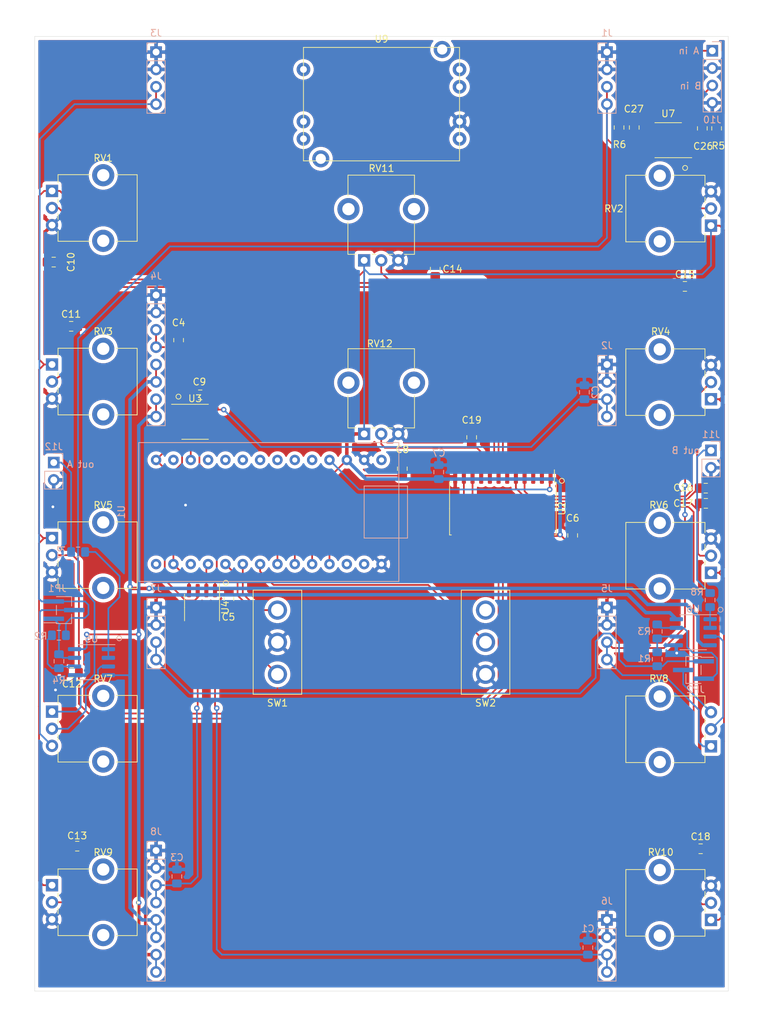
<source format=kicad_pcb>
(kicad_pcb (version 20171130) (host pcbnew 5.1.2-f72e74a~84~ubuntu18.04.1)
  (title_block (title "stereo modulation fx motherboard") (date 2019-05-25) (rev 1) (comment 2 creativecommons.org/licenses/by/4.0/) (comment 3 "License: CC by 4.0") (comment 4 "Author: Jordan Aceto"))
  (layers (0 F.Cu signal) (31 B.Cu signal) (34 B.Paste user) (35 F.Paste user) (36 B.SilkS user) (37 F.SilkS user) (38 B.Mask user) (39 F.Mask user) (44 Edge.Cuts user))
  (net 0 "")
  (net 1 GNDREF)
  (net 2 dry_out_A)
  (net 3 CV_out_A)
  (net 4 wet_in_A)
  (net 5 rez_CV_out_A)
  (net 6 -9V)
  (net 7 +9V)
  (net 8 dry_out_B)
  (net 9 CV_out_B)
  (net 10 wet_in_B)
  (net 11 rez_CV_out_B)
  (net 12 rate_A)
  (net 13 +3V3)
  (net 14 rate_B)
  (net 15 depth_A)
  (net 16 depth_B)
  (net 17 shape_A)
  (net 18 shape_B)
  (net 19 rez_A)
  (net 20 rez_B)
  (net 21 manual_freq)
  (net 22 separation)
  (net 23 "Net-(SW2-Pad1)")
  (net 24 "Net-(U1-Pad14)")
  (net 25 "Net-(U1-Pad21)")
  (net 26 "Net-(U1-Pad23)")
  (net 27 "Net-(U1-Pad24)")
  (net 28 "Net-(U1-Pad26)")
  (net 29 "Net-(U1-Pad27)")
  (net 30 "Net-(U1-Pad28)")
  (net 31 "Net-(U1-Pad29)")
  (net 32 "Net-(U1-Pad33)")
  (net 33 "Net-(U1-Pad12)")
  (net 34 "Net-(U1-Pad3)")
  (net 35 "Net-(U1-Pad2)")
  (net 36 "Net-(U2-Pad17)")
  (net 37 "Net-(U2-Pad16)")
  (net 38 "Net-(U2-Pad3)")
  (net 39 "Net-(U2-Pad2)")
  (net 40 muxed_pots)
  (net 41 mux_S2)
  (net 42 mux_S3)
  (net 43 mux_S0)
  (net 44 mux_S1)
  (net 45 sweep_mode_switch_2)
  (net 46 sweep_mode_switch_1)
  (net 47 inv_B_switch)
  (net 48 "Net-(U3-Pad5)")
  (net 49 "Net-(U4-Pad5)")
  (net 50 SPI_DATA_OUT)
  (net 51 SPI_CLK)
  (net 52 DAC_A_select)
  (net 53 DAC_B_select)
  (net 54 "Net-(RV7-Pad2)")
  (net 55 "Net-(RV8-Pad2)")
  (net 56 "Net-(JP1-Pad1)")
  (net 57 "Net-(JP1-Pad2)")
  (net 58 "Net-(JP2-Pad2)")
  (net 59 "Net-(R1-Pad1)")
  (net 60 "Net-(R2-Pad1)")
  (net 61 "Net-(C22-Pad1)")
  (net 62 "Net-(C23-Pad1)")
  (net 63 "Net-(C20-Pad2)")
  (net 64 "Net-(C21-Pad1)")
  (net 65 "Net-(JP2-Pad3)")
  (net 66 "Net-(U2-Pad21)")
  (net 67 "Net-(U2-Pad20)")
  (net 68 input_A)
  (net 69 "Net-(C26-Pad1)")
  (net 70 "Net-(C27-Pad1)")
  (net 71 input_B)
  (net 72 "Net-(R7-Pad2)")
  (net 73 output_A)
  (net 74 "Net-(R8-Pad2)")
  (net 75 "Net-(U9-Pad6)")
  (net 76 output_B)
  (net 77 "Net-(U1-Pad25)")
  (module Package_SO:SOIC-8_3.9x4.9mm_P1.27mm (layer F.Cu) (at 49.911 109.22 270)
    (fp_text reference U4 (at 0 -3.4 90) (layer F.SilkS))
    (fp_text value MCP4822)
    (pad 1 smd roundrect (at -2.475 -1.905 270) (size 1.95 0.6) (layers F.Cu F.Paste F.Mask) (net 13 +3V3))
    (pad 2 smd roundrect (at -2.475 -0.635 270) (size 1.95 0.6) (layers F.Cu F.Paste F.Mask) (net 53 DAC_B_select))
    (pad 3 smd roundrect (at -2.475 0.635 270) (size 1.95 0.6) (layers F.Cu F.Paste F.Mask) (net 51 SPI_CLK))
    (pad 4 smd roundrect (at -2.475 1.905 270) (size 1.95 0.6) (layers F.Cu F.Paste F.Mask) (net 50 SPI_DATA_OUT))
    (pad 5 smd roundrect (at 2.475 1.905 270) (size 1.95 0.6) (layers F.Cu F.Paste F.Mask) (net 49 "Net-(U4-Pad5)"))
    (pad 6 smd roundrect (at 2.475 0.635 270) (size 1.95 0.6) (layers F.Cu F.Paste F.Mask) (net 11 rez_CV_out_B))
    (pad 7 smd roundrect (at 2.475 -0.635 270) (size 1.95 0.6) (layers F.Cu F.Paste F.Mask) (net 1 GNDREF))
    (pad 8 smd roundrect (at 2.475 -1.905 270) (size 1.95 0.6) (layers F.Cu F.Paste F.Mask) (net 9 CV_out_B))
  )
  (module Package_SO:SOIC-8_3.9x4.9mm_P1.27mm (layer F.Cu) (at 48.895 82.042)
    (fp_text reference U3 (at 0 -3.4) (layer F.SilkS))
    (fp_text value MCP4822)
    (pad 8 smd roundrect (at 2.475 -1.905) (size 1.95 0.6) (layers F.Cu F.Paste F.Mask) (net 3 CV_out_A))
    (pad 7 smd roundrect (at 2.475 -0.635) (size 1.95 0.6) (layers F.Cu F.Paste F.Mask) (net 1 GNDREF))
    (pad 6 smd roundrect (at 2.475 0.635) (size 1.95 0.6) (layers F.Cu F.Paste F.Mask) (net 5 rez_CV_out_A))
    (pad 5 smd roundrect (at 2.475 1.905) (size 1.95 0.6) (layers F.Cu F.Paste F.Mask) (net 48 "Net-(U3-Pad5)"))
    (pad 4 smd roundrect (at -2.475 1.905) (size 1.95 0.6) (layers F.Cu F.Paste F.Mask) (net 50 SPI_DATA_OUT))
    (pad 3 smd roundrect (at -2.475 0.635) (size 1.95 0.6) (layers F.Cu F.Paste F.Mask) (net 51 SPI_CLK))
    (pad 2 smd roundrect (at -2.475 -0.635) (size 1.95 0.6) (layers F.Cu F.Paste F.Mask) (net 52 DAC_A_select))
    (pad 1 smd roundrect (at -2.475 -1.905) (size 1.95 0.6) (layers F.Cu F.Paste F.Mask) (net 13 +3V3))
  )
  (module Package_SO:SOIC-8_3.9x4.9mm_P1.27mm (layer F.Cu) (at 118.194999 40.835999 180)
    (fp_text reference U7 (at 0 3.878999) (layer F.SilkS))
    (fp_text value TL072)
    (pad 1 smd roundrect (at -2.475 -1.905 180) (size 1.95 0.6) (layers F.Cu F.Paste F.Mask) (net 8 dry_out_B))
    (pad 2 smd roundrect (at -2.475 -0.635 180) (size 1.95 0.6) (layers F.Cu F.Paste F.Mask) (net 8 dry_out_B))
    (pad 3 smd roundrect (at -2.475 0.635 180) (size 1.95 0.6) (layers F.Cu F.Paste F.Mask) (net 69 "Net-(C26-Pad1)"))
    (pad 4 smd roundrect (at -2.475 1.905 180) (size 1.95 0.6) (layers F.Cu F.Paste F.Mask) (net 6 -9V))
    (pad 5 smd roundrect (at 2.475 1.905 180) (size 1.95 0.6) (layers F.Cu F.Paste F.Mask) (net 70 "Net-(C27-Pad1)"))
    (pad 6 smd roundrect (at 2.475 0.635 180) (size 1.95 0.6) (layers F.Cu F.Paste F.Mask) (net 2 dry_out_A))
    (pad 7 smd roundrect (at 2.475 -0.635 180) (size 1.95 0.6) (layers F.Cu F.Paste F.Mask) (net 2 dry_out_A))
    (pad 8 smd roundrect (at 2.475 -1.905 180) (size 1.95 0.6) (layers F.Cu F.Paste F.Mask) (net 7 +9V))
  )
  (module Capacitor_SMD:C_0805_2012Metric_Pad1.15x1.40mm_HandSolder (layer F.Cu) (at 113.2205 38.98 90)
    (fp_text reference C27 (at 2.7215 -0.0635 180) (layer F.SilkS))
    (fp_text value 47nF)
    (pad 1 smd roundrect (at -1.025 0 90) (size 1.15 1.4) (layers F.Cu F.Paste F.Mask) (roundrect_rratio 0.217391) (net 70 "Net-(C27-Pad1)"))
    (pad 2 smd roundrect (at 1.025 0 90) (size 1.15 1.4) (layers F.Cu F.Paste F.Mask) (roundrect_rratio 0.217391) (net 68 input_A))
  )
  (module Resistor_SMD:R_0805_2012Metric_Pad1.15x1.40mm_HandSolder (layer F.Cu) (at 110.998 38.98 90)
    (fp_text reference R6 (at -2.4855 0.0635 180) (layer F.SilkS))
    (fp_text value 1M)
    (pad 1 smd roundrect (at -1.025 0 90) (size 1.15 1.4) (layers F.Cu F.Paste F.Mask) (roundrect_rratio 0.217391) (net 70 "Net-(C27-Pad1)"))
    (pad 2 smd roundrect (at 1.025 0 90) (size 1.15 1.4) (layers F.Cu F.Paste F.Mask) (roundrect_rratio 0.217391) (net 1 GNDREF))
  )
  (module Connector_PinHeader_2.54mm:PinHeader_1x02_P2.54mm_Vertical (layer B.Cu) (at 124.46 86.233 180)
    (fp_text reference J11 (at 0 2.33) (layer B.SilkS) (effects (justify mirror)))
    (fp_text value Conn_01x02_Male)
    (pad 1 thru_hole rect (at 0 0 180) (size 1.7 1.7) (drill 1) (layers *.Cu *.Mask) (net 76 output_B))
    (pad 2 thru_hole oval (at 0 -2.54 180) (size 1.7 1.7) (drill 1) (layers *.Cu *.Mask) (net 1 GNDREF))
  )
  (module Connector_PinSocket_2.54mm:PinSocket_1x04_P2.54mm_Vertical (layer B.Cu) (at 109.22 27.94 180)
    (fp_text reference J1 (at 0 2.77) (layer B.SilkS) (effects (justify mirror)))
    (fp_text value dry_out_A)
    (pad 1 thru_hole rect (at 0 0 180) (size 1.7 1.7) (drill 1) (layers *.Cu *.Mask) (net 1 GNDREF))
    (pad 2 thru_hole oval (at 0 -2.54 180) (size 1.7 1.7) (drill 1) (layers *.Cu *.Mask) (net 1 GNDREF))
    (pad 3 thru_hole oval (at 0 -5.08 180) (size 1.7 1.7) (drill 1) (layers *.Cu *.Mask) (net 2 dry_out_A))
    (pad 4 thru_hole oval (at 0 -7.62 180) (size 1.7 1.7) (drill 1) (layers *.Cu *.Mask) (net 2 dry_out_A))
  )
  (module Connector_PinSocket_2.54mm:PinSocket_1x04_P2.54mm_Vertical (layer B.Cu) (at 109.22 73.66 180)
    (fp_text reference J2 (at 0 2.77) (layer B.SilkS) (effects (justify mirror)))
    (fp_text value CV_out_A)
    (pad 1 thru_hole rect (at 0 0 180) (size 1.7 1.7) (drill 1) (layers *.Cu *.Mask) (net 1 GNDREF))
    (pad 2 thru_hole oval (at 0 -2.54 180) (size 1.7 1.7) (drill 1) (layers *.Cu *.Mask) (net 1 GNDREF))
    (pad 3 thru_hole oval (at 0 -5.08 180) (size 1.7 1.7) (drill 1) (layers *.Cu *.Mask) (net 3 CV_out_A))
    (pad 4 thru_hole oval (at 0 -7.62 180) (size 1.7 1.7) (drill 1) (layers *.Cu *.Mask) (net 3 CV_out_A))
  )
  (module Connector_PinSocket_2.54mm:PinSocket_1x04_P2.54mm_Vertical (layer B.Cu) (at 43.18 27.94 180)
    (fp_text reference J3 (at 0 2.77) (layer B.SilkS) (effects (justify mirror)))
    (fp_text value wet_in_A)
    (pad 4 thru_hole oval (at 0 -7.62 180) (size 1.7 1.7) (drill 1) (layers *.Cu *.Mask) (net 4 wet_in_A))
    (pad 3 thru_hole oval (at 0 -5.08 180) (size 1.7 1.7) (drill 1) (layers *.Cu *.Mask) (net 4 wet_in_A))
    (pad 2 thru_hole oval (at 0 -2.54 180) (size 1.7 1.7) (drill 1) (layers *.Cu *.Mask) (net 1 GNDREF))
    (pad 1 thru_hole rect (at 0 0 180) (size 1.7 1.7) (drill 1) (layers *.Cu *.Mask) (net 1 GNDREF))
  )
  (module Connector_PinSocket_2.54mm:PinSocket_1x08_P2.54mm_Vertical (layer B.Cu) (at 43.18 63.5 180)
    (fp_text reference J4 (at 0 2.77) (layer B.SilkS) (effects (justify mirror)))
    (fp_text value rez_CV_out_A)
    (pad 1 thru_hole rect (at 0 0 180) (size 1.7 1.7) (drill 1) (layers *.Cu *.Mask) (net 1 GNDREF))
    (pad 2 thru_hole oval (at 0 -2.54 180) (size 1.7 1.7) (drill 1) (layers *.Cu *.Mask) (net 1 GNDREF))
    (pad 3 thru_hole oval (at 0 -5.08 180) (size 1.7 1.7) (drill 1) (layers *.Cu *.Mask) (net 5 rez_CV_out_A))
    (pad 4 thru_hole oval (at 0 -7.62 180) (size 1.7 1.7) (drill 1) (layers *.Cu *.Mask) (net 5 rez_CV_out_A))
    (pad 5 thru_hole oval (at 0 -10.16 180) (size 1.7 1.7) (drill 1) (layers *.Cu *.Mask) (net 6 -9V))
    (pad 6 thru_hole oval (at 0 -12.7 180) (size 1.7 1.7) (drill 1) (layers *.Cu *.Mask) (net 6 -9V))
    (pad 7 thru_hole oval (at 0 -15.24 180) (size 1.7 1.7) (drill 1) (layers *.Cu *.Mask) (net 7 +9V))
    (pad 8 thru_hole oval (at 0 -17.78 180) (size 1.7 1.7) (drill 1) (layers *.Cu *.Mask) (net 7 +9V))
  )
  (module Connector_PinSocket_2.54mm:PinSocket_1x04_P2.54mm_Vertical (layer B.Cu) (at 109.22 109.22 180)
    (fp_text reference J5 (at 0 2.77) (layer B.SilkS) (effects (justify mirror)))
    (fp_text value dry_out_B)
    (pad 4 thru_hole oval (at 0 -7.62 180) (size 1.7 1.7) (drill 1) (layers *.Cu *.Mask) (net 8 dry_out_B))
    (pad 3 thru_hole oval (at 0 -5.08 180) (size 1.7 1.7) (drill 1) (layers *.Cu *.Mask) (net 8 dry_out_B))
    (pad 2 thru_hole oval (at 0 -2.54 180) (size 1.7 1.7) (drill 1) (layers *.Cu *.Mask) (net 1 GNDREF))
    (pad 1 thru_hole rect (at 0 0 180) (size 1.7 1.7) (drill 1) (layers *.Cu *.Mask) (net 1 GNDREF))
  )
  (module Connector_PinSocket_2.54mm:PinSocket_1x04_P2.54mm_Vertical (layer B.Cu) (at 109.22 154.94 180)
    (fp_text reference J6 (at 0 2.77) (layer B.SilkS) (effects (justify mirror)))
    (fp_text value CV_out_B)
    (pad 4 thru_hole oval (at 0 -7.62 180) (size 1.7 1.7) (drill 1) (layers *.Cu *.Mask) (net 9 CV_out_B))
    (pad 3 thru_hole oval (at 0 -5.08 180) (size 1.7 1.7) (drill 1) (layers *.Cu *.Mask) (net 9 CV_out_B))
    (pad 2 thru_hole oval (at 0 -2.54 180) (size 1.7 1.7) (drill 1) (layers *.Cu *.Mask) (net 1 GNDREF))
    (pad 1 thru_hole rect (at 0 0 180) (size 1.7 1.7) (drill 1) (layers *.Cu *.Mask) (net 1 GNDREF))
  )
  (module Connector_PinSocket_2.54mm:PinSocket_1x04_P2.54mm_Vertical (layer B.Cu) (at 43.18 109.22 180)
    (fp_text reference J7 (at 0 2.77) (layer B.SilkS) (effects (justify mirror)))
    (fp_text value wet_in_B)
    (pad 1 thru_hole rect (at 0 0 180) (size 1.7 1.7) (drill 1) (layers *.Cu *.Mask) (net 1 GNDREF))
    (pad 2 thru_hole oval (at 0 -2.54 180) (size 1.7 1.7) (drill 1) (layers *.Cu *.Mask) (net 1 GNDREF))
    (pad 3 thru_hole oval (at 0 -5.08 180) (size 1.7 1.7) (drill 1) (layers *.Cu *.Mask) (net 10 wet_in_B))
    (pad 4 thru_hole oval (at 0 -7.62 180) (size 1.7 1.7) (drill 1) (layers *.Cu *.Mask) (net 10 wet_in_B))
  )
  (module Connector_PinSocket_2.54mm:PinSocket_1x08_P2.54mm_Vertical (layer B.Cu) (at 43.18 144.78 180)
    (fp_text reference J8 (at 0 2.77) (layer B.SilkS) (effects (justify mirror)))
    (fp_text value rez_CV_out_B)
    (pad 8 thru_hole oval (at 0 -17.78 180) (size 1.7 1.7) (drill 1) (layers *.Cu *.Mask) (net 7 +9V))
    (pad 7 thru_hole oval (at 0 -15.24 180) (size 1.7 1.7) (drill 1) (layers *.Cu *.Mask) (net 7 +9V))
    (pad 6 thru_hole oval (at 0 -12.7 180) (size 1.7 1.7) (drill 1) (layers *.Cu *.Mask) (net 6 -9V))
    (pad 5 thru_hole oval (at 0 -10.16 180) (size 1.7 1.7) (drill 1) (layers *.Cu *.Mask) (net 6 -9V))
    (pad 4 thru_hole oval (at 0 -7.62 180) (size 1.7 1.7) (drill 1) (layers *.Cu *.Mask) (net 11 rez_CV_out_B))
    (pad 3 thru_hole oval (at 0 -5.08 180) (size 1.7 1.7) (drill 1) (layers *.Cu *.Mask) (net 11 rez_CV_out_B))
    (pad 2 thru_hole oval (at 0 -2.54 180) (size 1.7 1.7) (drill 1) (layers *.Cu *.Mask) (net 1 GNDREF))
    (pad 1 thru_hole rect (at 0 0 180) (size 1.7 1.7) (drill 1) (layers *.Cu *.Mask) (net 1 GNDREF))
  )
  (module Potentiometer_THT:Potentiometer_Alpha_RD901F-40-00D_Single_Vertical_CircularHoles (layer F.Cu) (at 27.94 48.26)
    (fp_text reference RV1 (at 7.493 -4.8 180) (layer F.SilkS))
    (fp_text value 10k)
    (pad "" thru_hole circle (at 7.5 -2.3 90) (size 3.24 3.24) (drill 1.8) (layers *.Cu *.Mask))
    (pad "" thru_hole circle (at 7.5 7.3 90) (size 3.24 3.24) (drill 1.8) (layers *.Cu *.Mask))
    (pad 3 thru_hole circle (at 0 5 90) (size 1.8 1.8) (drill 1) (layers *.Cu *.Mask) (net 1 GNDREF))
    (pad 2 thru_hole circle (at 0 2.5 90) (size 1.8 1.8) (drill 1) (layers *.Cu *.Mask) (net 12 rate_A))
    (pad 1 thru_hole rect (at 0 0 90) (size 1.8 1.8) (drill 1) (layers *.Cu *.Mask) (net 13 +3V3))
  )
  (module Potentiometer_THT:Potentiometer_Alpha_RD901F-40-00D_Single_Vertical_CircularHoles (layer F.Cu) (at 124.46 53.34 180)
    (fp_text reference RV2 (at 14.224 2.4765 180) (layer F.SilkS))
    (fp_text value 10k)
    (pad "" thru_hole circle (at 7.5 -2.3 270) (size 3.24 3.24) (drill 1.8) (layers *.Cu *.Mask))
    (pad "" thru_hole circle (at 7.5 7.3 270) (size 3.24 3.24) (drill 1.8) (layers *.Cu *.Mask))
    (pad 3 thru_hole circle (at 0 5 270) (size 1.8 1.8) (drill 1) (layers *.Cu *.Mask) (net 1 GNDREF))
    (pad 2 thru_hole circle (at 0 2.5 270) (size 1.8 1.8) (drill 1) (layers *.Cu *.Mask) (net 14 rate_B))
    (pad 1 thru_hole rect (at 0 0 270) (size 1.8 1.8) (drill 1) (layers *.Cu *.Mask) (net 13 +3V3))
  )
  (module Potentiometer_THT:Potentiometer_Alpha_RD901F-40-00D_Single_Vertical_CircularHoles (layer F.Cu) (at 27.94 73.66)
    (fp_text reference RV3 (at 7.493 -4.826 180) (layer F.SilkS))
    (fp_text value 10k)
    (pad 1 thru_hole rect (at 0 0 90) (size 1.8 1.8) (drill 1) (layers *.Cu *.Mask) (net 13 +3V3))
    (pad 2 thru_hole circle (at 0 2.5 90) (size 1.8 1.8) (drill 1) (layers *.Cu *.Mask) (net 15 depth_A))
    (pad 3 thru_hole circle (at 0 5 90) (size 1.8 1.8) (drill 1) (layers *.Cu *.Mask) (net 1 GNDREF))
    (pad "" thru_hole circle (at 7.5 7.3 90) (size 3.24 3.24) (drill 1.8) (layers *.Cu *.Mask))
    (pad "" thru_hole circle (at 7.5 -2.3 90) (size 3.24 3.24) (drill 1.8) (layers *.Cu *.Mask))
  )
  (module Potentiometer_THT:Potentiometer_Alpha_RD901F-40-00D_Single_Vertical_CircularHoles (layer F.Cu) (at 124.46 78.74 180)
    (fp_text reference RV4 (at 7.366 9.906 180) (layer F.SilkS))
    (fp_text value 10k)
    (pad 1 thru_hole rect (at 0 0 270) (size 1.8 1.8) (drill 1) (layers *.Cu *.Mask) (net 13 +3V3))
    (pad 2 thru_hole circle (at 0 2.5 270) (size 1.8 1.8) (drill 1) (layers *.Cu *.Mask) (net 16 depth_B))
    (pad 3 thru_hole circle (at 0 5 270) (size 1.8 1.8) (drill 1) (layers *.Cu *.Mask) (net 1 GNDREF))
    (pad "" thru_hole circle (at 7.5 7.3 270) (size 3.24 3.24) (drill 1.8) (layers *.Cu *.Mask))
    (pad "" thru_hole circle (at 7.5 -2.3 270) (size 3.24 3.24) (drill 1.8) (layers *.Cu *.Mask))
  )
  (module Potentiometer_THT:Potentiometer_Alpha_RD901F-40-00D_Single_Vertical_CircularHoles (layer F.Cu) (at 27.94 99.06)
    (fp_text reference RV5 (at 7.493 -4.8 180) (layer F.SilkS))
    (fp_text value 10k)
    (pad 1 thru_hole rect (at 0 0 90) (size 1.8 1.8) (drill 1) (layers *.Cu *.Mask) (net 13 +3V3))
    (pad 2 thru_hole circle (at 0 2.5 90) (size 1.8 1.8) (drill 1) (layers *.Cu *.Mask) (net 17 shape_A))
    (pad 3 thru_hole circle (at 0 5 90) (size 1.8 1.8) (drill 1) (layers *.Cu *.Mask) (net 1 GNDREF))
    (pad "" thru_hole circle (at 7.5 7.3 90) (size 3.24 3.24) (drill 1.8) (layers *.Cu *.Mask))
    (pad "" thru_hole circle (at 7.5 -2.3 90) (size 3.24 3.24) (drill 1.8) (layers *.Cu *.Mask))
  )
  (module Potentiometer_THT:Potentiometer_Alpha_RD901F-40-00D_Single_Vertical_CircularHoles (layer F.Cu) (at 124.46 104.14 180)
    (fp_text reference RV6 (at 7.62 9.906 180) (layer F.SilkS))
    (fp_text value 10k)
    (pad "" thru_hole circle (at 7.5 -2.3 270) (size 3.24 3.24) (drill 1.8) (layers *.Cu *.Mask))
    (pad "" thru_hole circle (at 7.5 7.3 270) (size 3.24 3.24) (drill 1.8) (layers *.Cu *.Mask))
    (pad 3 thru_hole circle (at 0 5 270) (size 1.8 1.8) (drill 1) (layers *.Cu *.Mask) (net 1 GNDREF))
    (pad 2 thru_hole circle (at 0 2.5 270) (size 1.8 1.8) (drill 1) (layers *.Cu *.Mask) (net 18 shape_B))
    (pad 1 thru_hole rect (at 0 0 270) (size 1.8 1.8) (drill 1) (layers *.Cu *.Mask) (net 13 +3V3))
  )
  (module Potentiometer_THT:Potentiometer_Alpha_RD901F-40-00D_Single_Vertical_CircularHoles (layer F.Cu) (at 27.94 124.46)
    (fp_text reference RV7 (at 7.493 -4.8 180) (layer F.SilkS))
    (fp_text value 10k)
    (pad "" thru_hole circle (at 7.5 -2.3 90) (size 3.24 3.24) (drill 1.8) (layers *.Cu *.Mask))
    (pad "" thru_hole circle (at 7.5 7.3 90) (size 3.24 3.24) (drill 1.8) (layers *.Cu *.Mask))
    (pad 3 thru_hole circle (at 0 5 90) (size 1.8 1.8) (drill 1) (layers *.Cu *.Mask) (net 57 "Net-(JP1-Pad2)"))
    (pad 2 thru_hole circle (at 0 2.5 90) (size 1.8 1.8) (drill 1) (layers *.Cu *.Mask) (net 54 "Net-(RV7-Pad2)"))
    (pad 1 thru_hole rect (at 0 0 90) (size 1.8 1.8) (drill 1) (layers *.Cu *.Mask) (net 2 dry_out_A))
  )
  (module Potentiometer_THT:Potentiometer_Alpha_RD901F-40-00D_Single_Vertical_CircularHoles (layer F.Cu) (at 124.46 129.54 180)
    (fp_text reference RV8 (at 7.62 9.906 180) (layer F.SilkS))
    (fp_text value 10k)
    (pad 1 thru_hole rect (at 0 0 270) (size 1.8 1.8) (drill 1) (layers *.Cu *.Mask) (net 8 dry_out_B))
    (pad 2 thru_hole circle (at 0 2.5 270) (size 1.8 1.8) (drill 1) (layers *.Cu *.Mask) (net 55 "Net-(RV8-Pad2)"))
    (pad 3 thru_hole circle (at 0 5 270) (size 1.8 1.8) (drill 1) (layers *.Cu *.Mask) (net 58 "Net-(JP2-Pad2)"))
    (pad "" thru_hole circle (at 7.5 7.3 270) (size 3.24 3.24) (drill 1.8) (layers *.Cu *.Mask))
    (pad "" thru_hole circle (at 7.5 -2.3 270) (size 3.24 3.24) (drill 1.8) (layers *.Cu *.Mask))
  )
  (module Potentiometer_THT:Potentiometer_Alpha_RD901F-40-00D_Single_Vertical_CircularHoles (layer F.Cu) (at 27.94 149.86)
    (fp_text reference RV9 (at 7.493 -4.8 180) (layer F.SilkS))
    (fp_text value 10k)
    (pad 1 thru_hole rect (at 0 0 90) (size 1.8 1.8) (drill 1) (layers *.Cu *.Mask) (net 13 +3V3))
    (pad 2 thru_hole circle (at 0 2.5 90) (size 1.8 1.8) (drill 1) (layers *.Cu *.Mask) (net 19 rez_A))
    (pad 3 thru_hole circle (at 0 5 90) (size 1.8 1.8) (drill 1) (layers *.Cu *.Mask) (net 1 GNDREF))
    (pad "" thru_hole circle (at 7.5 7.3 90) (size 3.24 3.24) (drill 1.8) (layers *.Cu *.Mask))
    (pad "" thru_hole circle (at 7.5 -2.3 90) (size 3.24 3.24) (drill 1.8) (layers *.Cu *.Mask))
  )
  (module Potentiometer_THT:Potentiometer_Alpha_RD901F-40-00D_Single_Vertical_CircularHoles (layer F.Cu) (at 124.46 154.94 180)
    (fp_text reference RV10 (at 7.366 9.906 180) (layer F.SilkS))
    (fp_text value 10k)
    (pad "" thru_hole circle (at 7.5 -2.3 270) (size 3.24 3.24) (drill 1.8) (layers *.Cu *.Mask))
    (pad "" thru_hole circle (at 7.5 7.3 270) (size 3.24 3.24) (drill 1.8) (layers *.Cu *.Mask))
    (pad 3 thru_hole circle (at 0 5 270) (size 1.8 1.8) (drill 1) (layers *.Cu *.Mask) (net 1 GNDREF))
    (pad 2 thru_hole circle (at 0 2.5 270) (size 1.8 1.8) (drill 1) (layers *.Cu *.Mask) (net 20 rez_B))
    (pad 1 thru_hole rect (at 0 0 270) (size 1.8 1.8) (drill 1) (layers *.Cu *.Mask) (net 13 +3V3))
  )
  (module Potentiometer_THT:Potentiometer_Alpha_RD901F-40-00D_Single_Vertical_CircularHoles (layer F.Cu) (at 73.66 58.42 90)
    (fp_text reference RV11 (at 13.462 2.54) (layer F.SilkS))
    (fp_text value 10k)
    (pad 1 thru_hole rect (at 0 0 180) (size 1.8 1.8) (drill 1) (layers *.Cu *.Mask) (net 13 +3V3))
    (pad 2 thru_hole circle (at 0 2.5 180) (size 1.8 1.8) (drill 1) (layers *.Cu *.Mask) (net 21 manual_freq))
    (pad 3 thru_hole circle (at 0 5 180) (size 1.8 1.8) (drill 1) (layers *.Cu *.Mask) (net 1 GNDREF))
    (pad "" thru_hole circle (at 7.5 7.3 180) (size 3.24 3.24) (drill 1.8) (layers *.Cu *.Mask))
    (pad "" thru_hole circle (at 7.5 -2.3 180) (size 3.24 3.24) (drill 1.8) (layers *.Cu *.Mask))
  )
  (module Potentiometer_THT:Potentiometer_Alpha_RD901F-40-00D_Single_Vertical_CircularHoles (layer F.Cu) (at 73.66 83.82 90)
    (fp_text reference RV12 (at 13.208 2.286) (layer F.SilkS))
    (fp_text value 10k)
    (pad "" thru_hole circle (at 7.5 -2.3 180) (size 3.24 3.24) (drill 1.8) (layers *.Cu *.Mask))
    (pad "" thru_hole circle (at 7.5 7.3 180) (size 3.24 3.24) (drill 1.8) (layers *.Cu *.Mask))
    (pad 3 thru_hole circle (at 0 5 180) (size 1.8 1.8) (drill 1) (layers *.Cu *.Mask) (net 1 GNDREF))
    (pad 2 thru_hole circle (at 0 2.5 180) (size 1.8 1.8) (drill 1) (layers *.Cu *.Mask) (net 22 separation))
    (pad 1 thru_hole rect (at 0 0 180) (size 1.8 1.8) (drill 1) (layers *.Cu *.Mask) (net 13 +3V3))
  )
  (module stereo_modulation_fx_motherboard_custom_footprints:NKK_M201xSS1W03 (layer F.Cu) (at 60.96 114.3)
    (fp_text reference SW1 (at 0 8.89) (layer F.SilkS))
    (fp_text value sweep_mode)
    (pad 3 thru_hole circle (at 0 4.7) (size 2.8 2.8) (drill 1.85) (layers *.Cu *.Mask) (net 45 sweep_mode_switch_2))
    (pad 2 thru_hole circle (at 0 0) (size 2.8 2.8) (drill 1.85) (layers *.Cu *.Mask) (net 1 GNDREF))
    (pad 1 thru_hole circle (at 0 -4.7) (size 2.8 2.8) (drill 1.85) (layers *.Cu *.Mask) (net 46 sweep_mode_switch_1))
  )
  (module stereo_modulation_fx_motherboard_custom_footprints:NKK_M201xSS1W03 (layer F.Cu) (at 91.44 114.3)
    (fp_text reference SW2 (at 0 8.89) (layer F.SilkS))
    (fp_text value invert_B)
    (pad 1 thru_hole circle (at 0 -4.7) (size 2.8 2.8) (drill 1.85) (layers *.Cu *.Mask) (net 23 "Net-(SW2-Pad1)"))
    (pad 2 thru_hole circle (at 0 0) (size 2.8 2.8) (drill 1.85) (layers *.Cu *.Mask) (net 47 inv_B_switch))
    (pad 3 thru_hole circle (at 0 4.7) (size 2.8 2.8) (drill 1.85) (layers *.Cu *.Mask) (net 1 GNDREF))
  )
  (module Package_SO:SOIC-8_3.9x4.9mm_P1.27mm (layer B.Cu) (at 33.717 117.221 180)
    (fp_text reference U5 (at 0 3.4 180) (layer B.SilkS) (effects (justify mirror)))
    (fp_text value TL072)
    (pad 1 smd roundrect (at -2.475 1.905 180) (size 1.95 0.6) (layers B.Cu B.Paste B.Mask) (net 72 "Net-(R7-Pad2)"))
    (pad 2 smd roundrect (at -2.475 0.635 180) (size 1.95 0.6) (layers B.Cu B.Paste B.Mask) (net 72 "Net-(R7-Pad2)"))
    (pad 3 smd roundrect (at -2.475 -0.635 180) (size 1.95 0.6) (layers B.Cu B.Paste B.Mask) (net 54 "Net-(RV7-Pad2)"))
    (pad 4 smd roundrect (at -2.475 -1.905 180) (size 1.95 0.6) (layers B.Cu B.Paste B.Mask) (net 6 -9V))
    (pad 5 smd roundrect (at 2.475 -1.905 180) (size 1.95 0.6) (layers B.Cu B.Paste B.Mask) (net 1 GNDREF))
    (pad 6 smd roundrect (at 2.475 -0.635 180) (size 1.95 0.6) (layers B.Cu B.Paste B.Mask) (net 60 "Net-(R2-Pad1)"))
    (pad 7 smd roundrect (at 2.475 0.635 180) (size 1.95 0.6) (layers B.Cu B.Paste B.Mask) (net 56 "Net-(JP1-Pad1)"))
    (pad 8 smd roundrect (at 2.475 1.905 180) (size 1.95 0.6) (layers B.Cu B.Paste B.Mask) (net 7 +9V))
  )
  (module Capacitor_SMD:C_0805_2012Metric_Pad1.15x1.40mm_HandSolder (layer B.Cu) (at 106.426 158.995 90)
    (fp_text reference C1 (at 2.785 0) (layer B.SilkS) (effects (justify mirror)))
    (fp_text value 1uf)
    (pad 2 smd roundrect (at 1.025 0 90) (size 1.15 1.4) (layers B.Cu B.Paste B.Mask) (roundrect_rratio 0.217391) (net 1 GNDREF))
    (pad 1 smd roundrect (at -1.025 0 90) (size 1.15 1.4) (layers B.Cu B.Paste B.Mask) (roundrect_rratio 0.217391) (net 9 CV_out_B))
  )
  (module Capacitor_SMD:C_0805_2012Metric_Pad1.15x1.40mm_HandSolder (layer B.Cu) (at 105.918 77.715 90)
    (fp_text reference C2 (at 0 1.65 270) (layer B.SilkS) (effects (justify mirror)))
    (fp_text value 1uf)
    (pad 2 smd roundrect (at 1.025 0 90) (size 1.15 1.4) (layers B.Cu B.Paste B.Mask) (roundrect_rratio 0.217391) (net 1 GNDREF))
    (pad 1 smd roundrect (at -1.025 0 90) (size 1.15 1.4) (layers B.Cu B.Paste B.Mask) (roundrect_rratio 0.217391) (net 3 CV_out_A))
  )
  (module Capacitor_SMD:C_0805_2012Metric_Pad1.15x1.40mm_HandSolder (layer B.Cu) (at 46.228 148.581 90)
    (fp_text reference C3 (at 2.785 0) (layer B.SilkS) (effects (justify mirror)))
    (fp_text value 1uF)
    (pad 1 smd roundrect (at -1.025 0 90) (size 1.15 1.4) (layers B.Cu B.Paste B.Mask) (roundrect_rratio 0.217391) (net 11 rez_CV_out_B))
    (pad 2 smd roundrect (at 1.025 0 90) (size 1.15 1.4) (layers B.Cu B.Paste B.Mask) (roundrect_rratio 0.217391) (net 1 GNDREF))
  )
  (module Capacitor_SMD:C_0805_2012Metric_Pad1.15x1.40mm_HandSolder (layer F.Cu) (at 46.482 70.095 90)
    (fp_text reference C4 (at 2.549 0) (layer F.SilkS))
    (fp_text value 1uF)
    (pad 1 smd roundrect (at -1.025 0 90) (size 1.15 1.4) (layers F.Cu F.Paste F.Mask) (roundrect_rratio 0.217391) (net 5 rez_CV_out_A))
    (pad 2 smd roundrect (at 1.025 0 90) (size 1.15 1.4) (layers F.Cu F.Paste F.Mask) (roundrect_rratio 0.217391) (net 1 GNDREF))
  )
  (module Capacitor_SMD:C_0805_2012Metric_Pad1.15x1.40mm_HandSolder (layer F.Cu) (at 53.848 107.959 270)
    (fp_text reference C5 (at 2.658 0.0635 180) (layer F.SilkS))
    (fp_text value 100nF)
    (pad 1 smd roundrect (at -1.025 0 270) (size 1.15 1.4) (layers F.Cu F.Paste F.Mask) (roundrect_rratio 0.217391) (net 13 +3V3))
    (pad 2 smd roundrect (at 1.025 0 270) (size 1.15 1.4) (layers F.Cu F.Paste F.Mask) (roundrect_rratio 0.217391) (net 1 GNDREF))
  )
  (module Capacitor_SMD:C_0805_2012Metric_Pad1.15x1.40mm_HandSolder (layer F.Cu) (at 104.2035 98.67 90)
    (fp_text reference C6 (at 2.531 0 180) (layer F.SilkS))
    (fp_text value 100nF)
    (pad 2 smd roundrect (at 1.025 0 90) (size 1.15 1.4) (layers F.Cu F.Paste F.Mask) (roundrect_rratio 0.217391) (net 1 GNDREF))
    (pad 1 smd roundrect (at -1.025 0 90) (size 1.15 1.4) (layers F.Cu F.Paste F.Mask) (roundrect_rratio 0.217391) (net 13 +3V3))
  )
  (module Capacitor_SMD:C_0805_2012Metric_Pad1.15x1.40mm_HandSolder (layer B.Cu) (at 84.582 89.399 90)
    (fp_text reference C7 (at 2.785 0) (layer B.SilkS) (effects (justify mirror)))
    (fp_text value 100nF)
    (pad 1 smd roundrect (at -1.025 0 90) (size 1.15 1.4) (layers B.Cu B.Paste B.Mask) (roundrect_rratio 0.217391) (net 13 +3V3))
    (pad 2 smd roundrect (at 1.025 0 90) (size 1.15 1.4) (layers B.Cu B.Paste B.Mask) (roundrect_rratio 0.217391) (net 1 GNDREF))
  )
  (module Capacitor_SMD:C_0805_2012Metric_Pad1.15x1.40mm_HandSolder (layer F.Cu) (at 79.248 88.909 90)
    (fp_text reference C8 (at 2.803 0 180) (layer F.SilkS))
    (fp_text value 100nF)
    (pad 2 smd roundrect (at 1.025 0 90) (size 1.15 1.4) (layers F.Cu F.Paste F.Mask) (roundrect_rratio 0.217391) (net 1 GNDREF))
    (pad 1 smd roundrect (at -1.025 0 90) (size 1.15 1.4) (layers F.Cu F.Paste F.Mask) (roundrect_rratio 0.217391) (net 13 +3V3))
  )
  (module Capacitor_SMD:C_0805_2012Metric_Pad1.15x1.40mm_HandSolder (layer F.Cu) (at 49.648 78.105)
    (fp_text reference C9 (at -0.118 -1.905) (layer F.SilkS))
    (fp_text value 100nF)
    (pad 1 smd roundrect (at -1.025 0) (size 1.15 1.4) (layers F.Cu F.Paste F.Mask) (roundrect_rratio 0.217391) (net 13 +3V3))
    (pad 2 smd roundrect (at 1.025 0) (size 1.15 1.4) (layers F.Cu F.Paste F.Mask) (roundrect_rratio 0.217391) (net 1 GNDREF))
  )
  (module Capacitor_SMD:C_0805_2012Metric_Pad1.15x1.40mm_HandSolder (layer F.Cu) (at 28.185 58.674 180)
    (fp_text reference C10 (at -2.531 0 270) (layer F.SilkS))
    (fp_text value 100nF)
    (pad 2 smd roundrect (at 1.025 0 180) (size 1.15 1.4) (layers F.Cu F.Paste F.Mask) (roundrect_rratio 0.217391) (net 1 GNDREF))
    (pad 1 smd roundrect (at -1.025 0 180) (size 1.15 1.4) (layers F.Cu F.Paste F.Mask) (roundrect_rratio 0.217391) (net 12 rate_A))
  )
  (module Capacitor_SMD:C_0805_2012Metric_Pad1.15x1.40mm_HandSolder (layer F.Cu) (at 30.743 68.072)
    (fp_text reference C11 (at -0.009 -1.778) (layer F.SilkS))
    (fp_text value 100nF)
    (pad 2 smd roundrect (at 1.025 0) (size 1.15 1.4) (layers F.Cu F.Paste F.Mask) (roundrect_rratio 0.217391) (net 1 GNDREF))
    (pad 1 smd roundrect (at -1.025 0) (size 1.15 1.4) (layers F.Cu F.Paste F.Mask) (roundrect_rratio 0.217391) (net 15 depth_A))
  )
  (module Capacitor_SMD:C_0805_2012Metric_Pad1.15x1.40mm_HandSolder (layer F.Cu) (at 30.852 118.745 180)
    (fp_text reference C12 (at 0 -1.65) (layer F.SilkS))
    (fp_text value 100nF)
    (pad 2 smd roundrect (at 1.025 0 180) (size 1.15 1.4) (layers F.Cu F.Paste F.Mask) (roundrect_rratio 0.217391) (net 1 GNDREF))
    (pad 1 smd roundrect (at -1.025 0 180) (size 1.15 1.4) (layers F.Cu F.Paste F.Mask) (roundrect_rratio 0.217391) (net 17 shape_A))
  )
  (module Capacitor_SMD:C_0805_2012Metric_Pad1.15x1.40mm_HandSolder (layer F.Cu) (at 31.632 144.145 180)
    (fp_text reference C13 (at 0.009 1.524) (layer F.SilkS))
    (fp_text value 100nF)
    (pad 1 smd roundrect (at -1.025 0 180) (size 1.15 1.4) (layers F.Cu F.Paste F.Mask) (roundrect_rratio 0.217391) (net 19 rez_A))
    (pad 2 smd roundrect (at 1.025 0 180) (size 1.15 1.4) (layers F.Cu F.Paste F.Mask) (roundrect_rratio 0.217391) (net 1 GNDREF))
  )
  (module Capacitor_SMD:C_0805_2012Metric_Pad1.15x1.40mm_HandSolder (layer F.Cu) (at 84.074 59.681 90)
    (fp_text reference C14 (at -0.009 2.54 180) (layer F.SilkS))
    (fp_text value 100nF)
    (pad 1 smd roundrect (at -1.025 0 90) (size 1.15 1.4) (layers F.Cu F.Paste F.Mask) (roundrect_rratio 0.217391) (net 21 manual_freq))
    (pad 2 smd roundrect (at 1.025 0 90) (size 1.15 1.4) (layers F.Cu F.Paste F.Mask) (roundrect_rratio 0.217391) (net 1 GNDREF))
  )
  (module Capacitor_SMD:C_0805_2012Metric_Pad1.15x1.40mm_HandSolder (layer F.Cu) (at 120.641 62.23 180)
    (fp_text reference C15 (at 0 1.778) (layer F.SilkS))
    (fp_text value 100nF)
    (pad 1 smd roundrect (at -1.025 0 180) (size 1.15 1.4) (layers F.Cu F.Paste F.Mask) (roundrect_rratio 0.217391) (net 14 rate_B))
    (pad 2 smd roundrect (at 1.025 0 180) (size 1.15 1.4) (layers F.Cu F.Paste F.Mask) (roundrect_rratio 0.217391) (net 1 GNDREF))
  )
  (module Capacitor_SMD:C_0805_2012Metric_Pad1.15x1.40mm_HandSolder (layer F.Cu) (at 123.698 91.7575)
    (fp_text reference C16 (at -3.302 -0.0635) (layer F.SilkS))
    (fp_text value 100nF)
    (pad 2 smd roundrect (at 1.025 0) (size 1.15 1.4) (layers F.Cu F.Paste F.Mask) (roundrect_rratio 0.217391) (net 1 GNDREF))
    (pad 1 smd roundrect (at -1.025 0) (size 1.15 1.4) (layers F.Cu F.Paste F.Mask) (roundrect_rratio 0.217391) (net 16 depth_B))
  )
  (module Capacitor_SMD:C_0805_2012Metric_Pad1.15x1.40mm_HandSolder (layer F.Cu) (at 123.707 93.98)
    (fp_text reference C17 (at -3.311 0) (layer F.SilkS))
    (fp_text value 100nF)
    (pad 1 smd roundrect (at -1.025 0) (size 1.15 1.4) (layers F.Cu F.Paste F.Mask) (roundrect_rratio 0.217391) (net 18 shape_B))
    (pad 2 smd roundrect (at 1.025 0) (size 1.15 1.4) (layers F.Cu F.Paste F.Mask) (roundrect_rratio 0.217391) (net 1 GNDREF))
  )
  (module Capacitor_SMD:C_0805_2012Metric_Pad1.15x1.40mm_HandSolder (layer F.Cu) (at 122.945 144.526)
    (fp_text reference C18 (at -0.009 -1.778) (layer F.SilkS))
    (fp_text value 100nF)
    (pad 2 smd roundrect (at 1.025 0) (size 1.15 1.4) (layers F.Cu F.Paste F.Mask) (roundrect_rratio 0.217391) (net 1 GNDREF))
    (pad 1 smd roundrect (at -1.025 0) (size 1.15 1.4) (layers F.Cu F.Paste F.Mask) (roundrect_rratio 0.217391) (net 20 rez_B))
  )
  (module Capacitor_SMD:C_0805_2012Metric_Pad1.15x1.40mm_HandSolder (layer F.Cu) (at 89.408 84.319 90)
    (fp_text reference C19 (at 2.531 0 180) (layer F.SilkS))
    (fp_text value 100nF)
    (pad 1 smd roundrect (at -1.025 0 90) (size 1.15 1.4) (layers F.Cu F.Paste F.Mask) (roundrect_rratio 0.217391) (net 22 separation))
    (pad 2 smd roundrect (at 1.025 0 90) (size 1.15 1.4) (layers F.Cu F.Paste F.Mask) (roundrect_rratio 0.217391) (net 1 GNDREF))
  )
  (module stereo_modulation_fx_motherboard_custom_footprints:CC3-0512DF-E (layer F.Cu) (at 76.2 35.56)
    (fp_text reference U9 (at 0 -9.525) (layer F.SilkS))
    (fp_text value CC3-0512DF-E)
    (pad 9 thru_hole circle (at 8.89 -8) (size 2.5 2.5) (drill 1.5) (layers *.Cu *.Mask))
    (pad 8 thru_hole circle (at -8.89 8) (size 2.5 2.5) (drill 1.5) (layers *.Cu *.Mask))
    (pad 7 thru_hole circle (at 11.43 -5.08) (size 2 2) (drill 1) (layers *.Cu *.Mask) (net 61 "Net-(C22-Pad1)"))
    (pad 6 thru_hole circle (at 11.43 -2.54) (size 2 2) (drill 1) (layers *.Cu *.Mask) (net 75 "Net-(U9-Pad6)"))
    (pad 5 thru_hole circle (at 11.43 2.54) (size 2 2) (drill 1) (layers *.Cu *.Mask) (net 1 GNDREF))
    (pad 4 thru_hole circle (at 11.43 5.08) (size 2 2) (drill 1) (layers *.Cu *.Mask) (net 62 "Net-(C23-Pad1)"))
    (pad 3 thru_hole circle (at -11.43 5.08) (size 2 2) (drill 1) (layers *.Cu *.Mask) (net 63 "Net-(C20-Pad2)"))
    (pad 2 thru_hole circle (at -11.43 2.54) (size 2 2) (drill 1) (layers *.Cu *.Mask) (net 63 "Net-(C20-Pad2)"))
    (pad 1 thru_hole circle (at -11.43 -5.08) (size 2 2) (drill 1) (layers *.Cu *.Mask) (net 64 "Net-(C21-Pad1)"))
  )
  (module Connector_PinHeader_1.27mm:PinHeader_1x03_P1.27mm_Vertical_SMD_Pin1Left (layer B.Cu) (at 29.694 109.601)
    (fp_text reference JP1 (at -0.992 -3.175) (layer B.SilkS) (effects (justify mirror)))
    (fp_text value "mix polarity A")
    (pad 1 smd rect (at -1.5 1.27) (size 3 0.65) (layers B.Cu B.Paste B.Mask) (net 56 "Net-(JP1-Pad1)"))
    (pad 3 smd rect (at -1.5 -1.27) (size 3 0.65) (layers B.Cu B.Paste B.Mask) (net 4 wet_in_A))
    (pad 2 smd rect (at 1.5 0) (size 3 0.65) (layers B.Cu B.Paste B.Mask) (net 57 "Net-(JP1-Pad2)"))
  )
  (module Connector_PinHeader_1.27mm:PinHeader_1x03_P1.27mm_Vertical_SMD_Pin1Left (layer B.Cu) (at 121.896 118.364 180)
    (fp_text reference JP2 (at -0.2935 -2.8575) (layer B.SilkS) (effects (justify mirror)))
    (fp_text value "mix polarity B")
    (pad 2 smd rect (at 1.5 0 180) (size 3 0.65) (layers B.Cu B.Paste B.Mask) (net 58 "Net-(JP2-Pad2)"))
    (pad 3 smd rect (at -1.5 -1.27 180) (size 3 0.65) (layers B.Cu B.Paste B.Mask) (net 65 "Net-(JP2-Pad3)"))
    (pad 1 smd rect (at -1.5 1.27 180) (size 3 0.65) (layers B.Cu B.Paste B.Mask) (net 10 wet_in_B))
  )
  (module Resistor_SMD:R_0805_2012Metric_Pad1.15x1.40mm_HandSolder (layer B.Cu) (at 116.586 116.7855 270)
    (fp_text reference R1 (at -0.0725 1.905 180) (layer B.SilkS) (effects (justify mirror)))
    (fp_text value 10k)
    (pad 1 smd roundrect (at -1.025 0 270) (size 1.15 1.4) (layers B.Cu B.Paste B.Mask) (roundrect_rratio 0.217391) (net 59 "Net-(R1-Pad1)"))
    (pad 2 smd roundrect (at 1.025 0 270) (size 1.15 1.4) (layers B.Cu B.Paste B.Mask) (roundrect_rratio 0.217391) (net 10 wet_in_B))
  )
  (module Resistor_SMD:R_0805_2012Metric_Pad1.15x1.40mm_HandSolder (layer B.Cu) (at 28.947 113.284)
    (fp_text reference R2 (at -2.676 0.127) (layer B.SilkS) (effects (justify mirror)))
    (fp_text value 10k)
    (pad 1 smd roundrect (at -1.025 0) (size 1.15 1.4) (layers B.Cu B.Paste B.Mask) (roundrect_rratio 0.217391) (net 60 "Net-(R2-Pad1)"))
    (pad 2 smd roundrect (at 1.025 0) (size 1.15 1.4) (layers B.Cu B.Paste B.Mask) (roundrect_rratio 0.217391) (net 4 wet_in_A))
  )
  (module Resistor_SMD:R_0805_2012Metric_Pad1.15x1.40mm_HandSolder (layer B.Cu) (at 116.586 112.7215 270)
    (fp_text reference R3 (at -0.009 1.905 180) (layer B.SilkS) (effects (justify mirror)))
    (fp_text value 10k)
    (pad 2 smd roundrect (at 1.025 0 270) (size 1.15 1.4) (layers B.Cu B.Paste B.Mask) (roundrect_rratio 0.217391) (net 59 "Net-(R1-Pad1)"))
    (pad 1 smd roundrect (at -1.025 0 270) (size 1.15 1.4) (layers B.Cu B.Paste B.Mask) (roundrect_rratio 0.217391) (net 65 "Net-(JP2-Pad3)"))
  )
  (module Resistor_SMD:R_0805_2012Metric_Pad1.15x1.40mm_HandSolder (layer B.Cu) (at 28.956 117.085 270)
    (fp_text reference R4 (at 2.803 0) (layer B.SilkS) (effects (justify mirror)))
    (fp_text value 10k)
    (pad 2 smd roundrect (at 1.025 0 270) (size 1.15 1.4) (layers B.Cu B.Paste B.Mask) (roundrect_rratio 0.217391) (net 60 "Net-(R2-Pad1)"))
    (pad 1 smd roundrect (at -1.025 0 270) (size 1.15 1.4) (layers B.Cu B.Paste B.Mask) (roundrect_rratio 0.217391) (net 56 "Net-(JP1-Pad1)"))
  )
  (module Package_SO:SOIC-8_3.9x4.9mm_P1.27mm (layer B.Cu) (at 121.858 112.8395 180)
    (fp_text reference U6 (at 0 3.4) (layer B.SilkS) (effects (justify mirror)))
    (fp_text value TL072)
    (pad 1 smd roundrect (at -2.475 1.905 180) (size 1.95 0.6) (layers B.Cu B.Paste B.Mask) (net 74 "Net-(R8-Pad2)"))
    (pad 2 smd roundrect (at -2.475 0.635 180) (size 1.95 0.6) (layers B.Cu B.Paste B.Mask) (net 74 "Net-(R8-Pad2)"))
    (pad 3 smd roundrect (at -2.475 -0.635 180) (size 1.95 0.6) (layers B.Cu B.Paste B.Mask) (net 55 "Net-(RV8-Pad2)"))
    (pad 4 smd roundrect (at -2.475 -1.905 180) (size 1.95 0.6) (layers B.Cu B.Paste B.Mask) (net 6 -9V))
    (pad 5 smd roundrect (at 2.475 -1.905 180) (size 1.95 0.6) (layers B.Cu B.Paste B.Mask) (net 1 GNDREF))
    (pad 6 smd roundrect (at 2.475 -0.635 180) (size 1.95 0.6) (layers B.Cu B.Paste B.Mask) (net 59 "Net-(R1-Pad1)"))
    (pad 7 smd roundrect (at 2.475 0.635 180) (size 1.95 0.6) (layers B.Cu B.Paste B.Mask) (net 65 "Net-(JP2-Pad3)"))
    (pad 8 smd roundrect (at 2.475 1.905 180) (size 1.95 0.6) (layers B.Cu B.Paste B.Mask) (net 7 +9V))
  )
  (module stereo_modulation_fx_motherboard_custom_footprints:teensy_3.2 (layer B.Cu) (at 60.96 95.25 90)
    (fp_text reference U1 (at 0 -22.86 90) (layer B.SilkS) (effects (justify mirror)))
    (fp_text value Teensy3.2)
    (pad 1 thru_hole circle (at -7.62 15.24 90) (size 1.524 1.524) (drill 0.762) (layers *.Cu *.Mask) (net 1 GNDREF))
    (pad 2 thru_hole circle (at -7.62 12.7 90) (size 1.524 1.524) (drill 0.762) (layers *.Cu *.Mask) (net 35 "Net-(U1-Pad2)"))
    (pad 3 thru_hole circle (at -7.62 10.16 90) (size 1.524 1.524) (drill 0.762) (layers *.Cu *.Mask) (net 34 "Net-(U1-Pad3)"))
    (pad 4 thru_hole circle (at -7.62 7.62 90) (size 1.524 1.524) (drill 0.762) (layers *.Cu *.Mask) (net 42 mux_S3))
    (pad 5 thru_hole circle (at -7.62 5.08 90) (size 1.524 1.524) (drill 0.762) (layers *.Cu *.Mask) (net 41 mux_S2))
    (pad 6 thru_hole circle (at -7.62 2.54 90) (size 1.524 1.524) (drill 0.762) (layers *.Cu *.Mask) (net 43 mux_S0))
    (pad 7 thru_hole circle (at -7.62 0 90) (size 1.524 1.524) (drill 0.762) (layers *.Cu *.Mask) (net 44 mux_S1))
    (pad 8 thru_hole circle (at -7.62 -2.54 90) (size 1.524 1.524) (drill 0.762) (layers *.Cu *.Mask) (net 47 inv_B_switch))
    (pad 9 thru_hole circle (at -7.62 -5.08 90) (size 1.524 1.524) (drill 0.762) (layers *.Cu *.Mask) (net 46 sweep_mode_switch_1))
    (pad 10 thru_hole circle (at -7.62 -7.62 90) (size 1.524 1.524) (drill 0.762) (layers *.Cu *.Mask) (net 45 sweep_mode_switch_2))
    (pad 11 thru_hole circle (at -7.62 -10.16 90) (size 1.524 1.524) (drill 0.762) (layers *.Cu *.Mask) (net 53 DAC_B_select))
    (pad 12 thru_hole circle (at -7.62 -12.7 90) (size 1.524 1.524) (drill 0.762) (layers *.Cu *.Mask) (net 33 "Net-(U1-Pad12)"))
    (pad 13 thru_hole circle (at -7.62 -15.24 90) (size 1.524 1.524) (drill 0.762) (layers *.Cu *.Mask) (net 50 SPI_DATA_OUT))
    (pad 14 thru_hole circle (at -7.62 -17.78 90) (size 1.524 1.524) (drill 0.762) (layers *.Cu *.Mask) (net 24 "Net-(U1-Pad14)"))
    (pad 20 thru_hole circle (at 7.62 -17.78 90) (size 1.524 1.524) (drill 0.762) (layers *.Cu *.Mask) (net 51 SPI_CLK))
    (pad 21 thru_hole circle (at 7.62 -15.24 90) (size 1.524 1.524) (drill 0.762) (layers *.Cu *.Mask) (net 25 "Net-(U1-Pad21)"))
    (pad 22 thru_hole circle (at 7.62 -12.7 90) (size 1.524 1.524) (drill 0.762) (layers *.Cu *.Mask) (net 52 DAC_A_select))
    (pad 23 thru_hole circle (at 7.62 -10.16 90) (size 1.524 1.524) (drill 0.762) (layers *.Cu *.Mask) (net 26 "Net-(U1-Pad23)"))
    (pad 24 thru_hole circle (at 7.62 -7.62 90) (size 1.524 1.524) (drill 0.762) (layers *.Cu *.Mask) (net 27 "Net-(U1-Pad24)"))
    (pad 25 thru_hole circle (at 7.62 -5.08 90) (size 1.524 1.524) (drill 0.762) (layers *.Cu *.Mask) (net 77 "Net-(U1-Pad25)"))
    (pad 26 thru_hole circle (at 7.62 -2.54 90) (size 1.524 1.524) (drill 0.762) (layers *.Cu *.Mask) (net 28 "Net-(U1-Pad26)"))
    (pad 27 thru_hole circle (at 7.62 0 90) (size 1.524 1.524) (drill 0.762) (layers *.Cu *.Mask) (net 29 "Net-(U1-Pad27)"))
    (pad 28 thru_hole circle (at 7.62 2.54 90) (size 1.524 1.524) (drill 0.762) (layers *.Cu *.Mask) (net 30 "Net-(U1-Pad28)"))
    (pad 29 thru_hole circle (at 7.62 5.08 90) (size 1.524 1.524) (drill 0.762) (layers *.Cu *.Mask) (net 31 "Net-(U1-Pad29)"))
    (pad 30 thru_hole circle (at 7.62 7.62 90) (size 1.524 1.524) (drill 0.762) (layers *.Cu *.Mask) (net 40 muxed_pots))
    (pad 31 thru_hole circle (at 7.62 10.16 90) (size 1.524 1.524) (drill 0.762) (layers *.Cu *.Mask) (net 13 +3V3))
    (pad 32 thru_hole circle (at 7.62 12.7 90) (size 1.524 1.524) (drill 0.762) (layers *.Cu *.Mask) (net 1 GNDREF))
    (pad 33 thru_hole circle (at 7.62 15.24 90) (size 1.524 1.524) (drill 0.762) (layers *.Cu *.Mask) (net 32 "Net-(U1-Pad33)"))
  )
  (module Package_SO:SOIC-24W_7.5x15.4mm_P1.27mm (layer F.Cu) (at 93.98 94.742 270)
    (fp_text reference U2 (at 0 -8.65 270) (layer F.SilkS))
    (fp_text value CD74HC4067M)
    (pad 1 smd roundrect (at -4.65 -6.985 270) (size 2.05 0.6) (layers F.Cu F.Paste F.Mask) (net 40 muxed_pots))
    (pad 2 smd roundrect (at -4.65 -5.715 270) (size 2.05 0.6) (layers F.Cu F.Paste F.Mask) (net 39 "Net-(U2-Pad2)"))
    (pad 3 smd roundrect (at -4.65 -4.445 270) (size 2.05 0.6) (layers F.Cu F.Paste F.Mask) (net 38 "Net-(U2-Pad3)"))
    (pad 4 smd roundrect (at -4.65 -3.175 270) (size 2.05 0.6) (layers F.Cu F.Paste F.Mask) (net 14 rate_B))
    (pad 5 smd roundrect (at -4.65 -1.905 270) (size 2.05 0.6) (layers F.Cu F.Paste F.Mask) (net 16 depth_B))
    (pad 6 smd roundrect (at -4.65 -0.635 270) (size 2.05 0.6) (layers F.Cu F.Paste F.Mask) (net 21 manual_freq))
    (pad 7 smd roundrect (at -4.65 0.635 270) (size 2.05 0.6) (layers F.Cu F.Paste F.Mask) (net 12 rate_A))
    (pad 8 smd roundrect (at -4.65 1.905 270) (size 2.05 0.6) (layers F.Cu F.Paste F.Mask) (net 15 depth_A))
    (pad 9 smd roundrect (at -4.65 3.175 270) (size 2.05 0.6) (layers F.Cu F.Paste F.Mask) (net 22 separation))
    (pad 10 smd roundrect (at -4.65 4.445 270) (size 2.05 0.6) (layers F.Cu F.Paste F.Mask) (net 43 mux_S0))
    (pad 11 smd roundrect (at -4.65 5.715 270) (size 2.05 0.6) (layers F.Cu F.Paste F.Mask) (net 44 mux_S1))
    (pad 12 smd roundrect (at -4.65 6.985 270) (size 2.05 0.6) (layers F.Cu F.Paste F.Mask) (net 1 GNDREF))
    (pad 13 smd roundrect (at 4.65 6.985 270) (size 2.05 0.6) (layers F.Cu F.Paste F.Mask) (net 42 mux_S3))
    (pad 14 smd roundrect (at 4.65 5.715 270) (size 2.05 0.6) (layers F.Cu F.Paste F.Mask) (net 41 mux_S2))
    (pad 15 smd roundrect (at 4.65 4.445 270) (size 2.05 0.6) (layers F.Cu F.Paste F.Mask) (net 1 GNDREF))
    (pad 16 smd roundrect (at 4.65 3.175 270) (size 2.05 0.6) (layers F.Cu F.Paste F.Mask) (net 37 "Net-(U2-Pad16)"))
    (pad 17 smd roundrect (at 4.65 1.905 270) (size 2.05 0.6) (layers F.Cu F.Paste F.Mask) (net 36 "Net-(U2-Pad17)"))
    (pad 18 smd roundrect (at 4.65 0.635 270) (size 2.05 0.6) (layers F.Cu F.Paste F.Mask) (net 17 shape_A))
    (pad 19 smd roundrect (at 4.65 -0.635 270) (size 2.05 0.6) (layers F.Cu F.Paste F.Mask) (net 19 rez_A))
    (pad 20 smd roundrect (at 4.65 -1.905 270) (size 2.05 0.6) (layers F.Cu F.Paste F.Mask) (net 67 "Net-(U2-Pad20)"))
    (pad 21 smd roundrect (at 4.65 -3.175 270) (size 2.05 0.6) (layers F.Cu F.Paste F.Mask) (net 66 "Net-(U2-Pad21)"))
    (pad 22 smd roundrect (at 4.65 -4.445 270) (size 2.05 0.6) (layers F.Cu F.Paste F.Mask) (net 18 shape_B))
    (pad 23 smd roundrect (at 4.65 -5.715 270) (size 2.05 0.6) (layers F.Cu F.Paste F.Mask) (net 20 rez_B))
    (pad 24 smd roundrect (at 4.65 -6.985 270) (size 2.05 0.6) (layers F.Cu F.Paste F.Mask) (net 13 +3V3))
  )
  (module Capacitor_SMD:C_0805_2012Metric_Pad1.15x1.40mm_HandSolder (layer F.Cu) (at 123.19 39.107 90)
    (fp_text reference C26 (at -2.6125 0.127 180) (layer F.SilkS))
    (fp_text value 47nF)
    (pad 2 smd roundrect (at 1.025 0 90) (size 1.15 1.4) (layers F.Cu F.Paste F.Mask) (roundrect_rratio 0.217391) (net 71 input_B))
    (pad 1 smd roundrect (at -1.025 0 90) (size 1.15 1.4) (layers F.Cu F.Paste F.Mask) (roundrect_rratio 0.217391) (net 69 "Net-(C26-Pad1)"))
  )
  (module Resistor_SMD:R_0805_2012Metric_Pad1.15x1.40mm_HandSolder (layer F.Cu) (at 125.2855 39.107 90)
    (fp_text reference R5 (at -2.549 0.254 180) (layer F.SilkS))
    (fp_text value 1M)
    (pad 2 smd roundrect (at 1.025 0 90) (size 1.15 1.4) (layers F.Cu F.Paste F.Mask) (roundrect_rratio 0.217391) (net 1 GNDREF))
    (pad 1 smd roundrect (at -1.025 0 90) (size 1.15 1.4) (layers F.Cu F.Paste F.Mask) (roundrect_rratio 0.217391) (net 69 "Net-(C26-Pad1)"))
  )
  (module Resistor_SMD:R_0805_2012Metric_Pad1.15x1.40mm_HandSolder (layer B.Cu) (at 31.759 101.092)
    (fp_text reference R7 (at -2.422 0 90) (layer B.SilkS) (effects (justify mirror)))
    (fp_text value 220)
    (pad 2 smd roundrect (at 1.025 0) (size 1.15 1.4) (layers B.Cu B.Paste B.Mask) (roundrect_rratio 0.217391) (net 72 "Net-(R7-Pad2)"))
    (pad 1 smd roundrect (at -1.025 0) (size 1.15 1.4) (layers B.Cu B.Paste B.Mask) (roundrect_rratio 0.217391) (net 73 output_A))
  )
  (module Resistor_SMD:R_0805_2012Metric_Pad1.15x1.40mm_HandSolder (layer B.Cu) (at 124.333 108.1315 270)
    (fp_text reference R8 (at -1.1975 1.905) (layer B.SilkS) (effects (justify mirror)))
    (fp_text value 220)
    (pad 1 smd roundrect (at -1.025 0 270) (size 1.15 1.4) (layers B.Cu B.Paste B.Mask) (roundrect_rratio 0.217391) (net 76 output_B))
    (pad 2 smd roundrect (at 1.025 0 270) (size 1.15 1.4) (layers B.Cu B.Paste B.Mask) (roundrect_rratio 0.217391) (net 74 "Net-(R8-Pad2)"))
  )
  (module Connector_PinHeader_2.54mm:PinHeader_1x04_P2.54mm_Vertical (layer B.Cu) (at 124.6505 27.7495 180)
    (fp_text reference J10 (at 0 -10.0965 180) (layer B.SilkS) (effects (justify mirror)))
    (fp_text value Conn_01x04_Male)
    (pad 1 thru_hole rect (at 0 0 180) (size 1.7 1.7) (drill 1) (layers *.Cu *.Mask) (net 68 input_A))
    (pad 2 thru_hole oval (at 0 -2.54 180) (size 1.7 1.7) (drill 1) (layers *.Cu *.Mask) (net 1 GNDREF))
    (pad 3 thru_hole oval (at 0 -5.08 180) (size 1.7 1.7) (drill 1) (layers *.Cu *.Mask) (net 71 input_B))
    (pad 4 thru_hole oval (at 0 -7.62 180) (size 1.7 1.7) (drill 1) (layers *.Cu *.Mask) (net 1 GNDREF))
  )
  (module Connector_PinHeader_2.54mm:PinHeader_1x02_P2.54mm_Vertical (layer B.Cu) (at 28.194 88.011 180)
    (fp_text reference J12 (at 0 2.33) (layer B.SilkS) (effects (justify mirror)))
    (fp_text value Conn_01x02_Male)
    (pad 2 thru_hole oval (at 0 -2.54 180) (size 1.7 1.7) (drill 1) (layers *.Cu *.Mask) (net 1 GNDREF))
    (pad 1 thru_hole rect (at 0 0 180) (size 1.7 1.7) (drill 1) (layers *.Cu *.Mask) (net 73 output_A))
  )
  (gr_text "out B" (at 120.777 86.233) (layer B.SilkS) (effects (font (size 1 1)) (justify mirror)))
  (gr_text "out A" (at 32.131 88.265) (layer B.SilkS) (effects (font (size 1 1)) (justify mirror)))
  (gr_text "B in" (at 121.4755 32.893) (layer B.SilkS) (effects (font (size 1 1)) (justify mirror)))
  (gr_text "A in" (at 121.2215 27.7495) (layer B.SilkS) (effects (font (size 1 1)) (justify mirror)))
  (gr_circle (center 120.67179 44.8945) (end 120.92579 45.1485) (layer F.SilkS) (width 0.12))
  (gr_circle (center 37.7825 113.7285) (end 38.0365 113.4745) (layer B.SilkS) (width 0.12))
  (gr_circle (center 125.857 109.5375) (end 126.111 109.2835) (layer B.SilkS) (width 0.12))
  (gr_circle (center 53.4035 105.6005) (end 53.6575 105.8545) (layer F.SilkS) (width 0.12))
  (gr_circle (center 46.46021 78.359) (end 46.71421 78.613) (layer F.SilkS) (width 0.12))
  (gr_circle (center 102.616 90.678) (end 102.87 90.932) (layer F.SilkS) (width 0.12))
  (gr_line (start 127 25.654) (end 25.4 25.654) (layer Edge.Cuts) (width 0.05))
  (gr_line (start 127 165.354) (end 127 25.654) (layer Edge.Cuts) (width 0.05))
  (gr_line (start 25.4 165.354) (end 127 165.354) (layer Edge.Cuts) (width 0.05))
  (gr_line (start 25.4 25.654) (end 25.4 165.354) (layer Edge.Cuts) (width 0.05))
  (segment (start 117.30632 114.3) (end 117.65938 113.94694) (width 0.25) (layer F.Cu) (net 1))
  (via (at 119.4435 115.8875) (size 0.8) (drill 0.4) (layers F.Cu B.Cu) (net 1))
  (via (at 28.448 121.285) (size 0.8) (drill 0.4) (layers F.Cu B.Cu) (net 1))
  (via (at 47.498 94.234) (size 0.8) (drill 0.4) (layers F.Cu B.Cu) (net 1))
  (via (at 28.067 94.488) (size 0.8) (drill 0.4) (layers F.Cu B.Cu) (net 1))
  (segment (start 109.22 55.118) (end 109.22 35.56) (width 0.25) (layer B.Cu) (net 2))
  (segment (start 107.95 56.388) (end 109.22 55.118) (width 0.25) (layer B.Cu) (net 2))
  (segment (start 45.212 56.388) (end 107.95 56.388) (width 0.25) (layer B.Cu) (net 2))
  (segment (start 31.75 69.85) (end 45.212 56.388) (width 0.25) (layer B.Cu) (net 2))
  (segment (start 31.75 105.664) (end 31.75 69.85) (width 0.25) (layer B.Cu) (net 2))
  (segment (start 31.496 124.46) (end 32.131 123.825) (width 0.25) (layer B.Cu) (net 2))
  (segment (start 27.94 124.46) (end 31.496 124.46) (width 0.25) (layer B.Cu) (net 2))
  (segment (start 34.163 108.458) (end 31.75 105.664) (width 0.25) (layer B.Cu) (net 2))
  (segment (start 32.131 121.031) (end 34.163 118.999) (width 0.25) (layer B.Cu) (net 2))
  (segment (start 32.131 123.825) (end 32.131 121.031) (width 0.25) (layer B.Cu) (net 2))
  (segment (start 34.163 118.999) (end 34.163 108.458) (width 0.25) (layer B.Cu) (net 2))
  (segment (start 109.22 34.222081) (end 109.22 35.56) (width 0.25) (layer F.Cu) (net 2))
  (segment (start 109.22 33.02) (end 109.22 34.222081) (width 0.25) (layer F.Cu) (net 2))
  (segment (start 115.719999 41.470999) (end 115.719999 40.200999) (width 0.25) (layer F.Cu) (net 2))
  (segment (start 114.644999 41.470999) (end 115.719999 41.470999) (width 0.25) (layer F.Cu) (net 2))
  (segment (start 110.050999 41.470999) (end 109.22 40.64) (width 0.25) (layer F.Cu) (net 2))
  (segment (start 109.22 40.64) (end 109.22 35.56) (width 0.25) (layer F.Cu) (net 2))
  (segment (start 115.719999 41.470999) (end 110.050999 41.470999) (width 0.25) (layer F.Cu) (net 2))
  (segment (start 109.22 78.74) (end 105.918 78.74) (width 0.25) (layer B.Cu) (net 3))
  (segment (start 109.22 79.942081) (end 109.22 81.28) (width 0.25) (layer B.Cu) (net 3))
  (segment (start 109.22 78.74) (end 109.22 79.942081) (width 0.25) (layer B.Cu) (net 3))
  (segment (start 105.118 78.74) (end 98.133 85.725) (width 0.25) (layer B.Cu) (net 3))
  (segment (start 105.918 78.74) (end 105.118 78.74) (width 0.25) (layer B.Cu) (net 3))
  (via (at 53.086 80.264) (size 0.8) (drill 0.4) (layers F.Cu B.Cu) (net 3))
  (segment (start 98.133 85.725) (end 58.547 85.725) (width 0.25) (layer B.Cu) (net 3))
  (segment (start 58.547 85.725) (end 53.086 80.264) (width 0.25) (layer B.Cu) (net 3))
  (segment (start 51.37 80.264) (end 51.243 80.137) (width 0.25) (layer F.Cu) (net 3))
  (segment (start 53.086 80.264) (end 51.37 80.264) (width 0.25) (layer F.Cu) (net 3))
  (segment (start 26.416 108.331) (end 28.194 108.331) (width 0.25) (layer B.Cu) (net 4))
  (segment (start 26.035 107.95) (end 26.416 108.331) (width 0.25) (layer B.Cu) (net 4))
  (segment (start 26.035 106.299) (end 26.035 107.95) (width 0.25) (layer B.Cu) (net 4))
  (segment (start 26.162 40.64) (end 26.035 106.299) (width 0.25) (layer B.Cu) (net 4))
  (segment (start 43.18 35.56) (end 31.242 35.56) (width 0.25) (layer B.Cu) (net 4))
  (segment (start 31.242 35.56) (end 26.162 40.64) (width 0.25) (layer B.Cu) (net 4))
  (segment (start 29.972 111.506) (end 29.972 113.284) (width 0.25) (layer B.Cu) (net 4))
  (segment (start 33.274 108.839) (end 33.274 110.236) (width 0.25) (layer B.Cu) (net 4))
  (segment (start 28.194 108.331) (end 32.766 108.331) (width 0.25) (layer B.Cu) (net 4))
  (segment (start 32.766 108.331) (end 33.274 108.839) (width 0.25) (layer B.Cu) (net 4))
  (segment (start 30.734 110.744) (end 29.972 111.506) (width 0.25) (layer B.Cu) (net 4))
  (segment (start 33.274 110.236) (end 32.766 110.744) (width 0.25) (layer B.Cu) (net 4))
  (segment (start 32.766 110.744) (end 30.734 110.744) (width 0.25) (layer B.Cu) (net 4))
  (segment (start 43.18 33.02) (end 43.18 35.56) (width 0.25) (layer F.Cu) (net 4))
  (segment (start 43.18 69.917919) (end 43.18 68.58) (width 0.25) (layer F.Cu) (net 5))
  (segment (start 43.18 71.12) (end 43.18 69.917919) (width 0.25) (layer F.Cu) (net 5))
  (segment (start 43.18 71.12) (end 46.482 71.12) (width 0.25) (layer F.Cu) (net 5))
  (segment (start 50.168 82.677) (end 49.657 82.166) (width 0.25) (layer F.Cu) (net 5))
  (segment (start 51.243 82.677) (end 50.168 82.677) (width 0.25) (layer F.Cu) (net 5))
  (segment (start 49.657 82.166) (end 49.657 71.882) (width 0.25) (layer F.Cu) (net 5))
  (segment (start 48.895 71.12) (end 46.482 71.12) (width 0.25) (layer F.Cu) (net 5))
  (segment (start 49.657 71.882) (end 48.895 71.12) (width 0.25) (layer F.Cu) (net 5))
  (segment (start 41.148 154.94) (end 43.18 154.94) (width 0.508) (layer B.Cu) (net 6))
  (segment (start 39.37 153.162) (end 41.148 154.94) (width 0.508) (layer B.Cu) (net 6))
  (segment (start 39.30409 116.82971) (end 39.37 116.7638) (width 0.25) (layer B.Cu) (net 6))
  (via (at 42.164 106.426) (size 0.8) (drill 0.4) (layers F.Cu B.Cu) (net 6))
  (segment (start 41.977919 76.2) (end 43.18 76.2) (width 0.508) (layer B.Cu) (net 6))
  (segment (start 39.37 78.807919) (end 41.977919 76.2) (width 0.508) (layer B.Cu) (net 6))
  (segment (start 39.37 106.172) (end 39.37 78.807919) (width 0.508) (layer B.Cu) (net 6))
  (via (at 39.37 106.172) (size 0.8) (drill 0.4) (layers F.Cu B.Cu) (net 6))
  (segment (start 39.37 106.172) (end 39.624 106.426) (width 0.508) (layer F.Cu) (net 6))
  (segment (start 39.37 106.172) (end 39.37 116.7638) (width 0.508) (layer B.Cu) (net 6))
  (segment (start 39.624 106.426) (end 42.164 106.426) (width 0.508) (layer F.Cu) (net 6))
  (segment (start 39.243 118.364) (end 39.37 118.237) (width 0.25) (layer B.Cu) (net 6))
  (segment (start 39.37 116.7638) (end 39.37 118.237) (width 0.508) (layer B.Cu) (net 6))
  (segment (start 42.164 106.426) (end 112.8395 106.426) (width 0.508) (layer B.Cu) (net 6))
  (segment (start 123.258 114.7445) (end 122.555 114.0415) (width 0.508) (layer B.Cu) (net 6))
  (segment (start 124.333 114.7445) (end 123.258 114.7445) (width 0.508) (layer B.Cu) (net 6))
  (segment (start 122.555 114.0415) (end 122.555 110.49) (width 0.508) (layer B.Cu) (net 6))
  (segment (start 122.555 110.49) (end 120.8405 108.7755) (width 0.508) (layer B.Cu) (net 6))
  (segment (start 115.189 108.7755) (end 112.8395 106.426) (width 0.508) (layer B.Cu) (net 6))
  (segment (start 120.8405 108.7755) (end 115.189 108.7755) (width 0.508) (layer B.Cu) (net 6))
  (segment (start 39.116 119.126) (end 39.37 119.38) (width 0.25) (layer B.Cu) (net 6))
  (segment (start 36.192 119.126) (end 39.116 119.126) (width 0.25) (layer B.Cu) (net 6))
  (segment (start 39.37 118.237) (end 39.37 119.38) (width 0.508) (layer B.Cu) (net 6))
  (segment (start 39.37 119.38) (end 39.37 153.162) (width 0.508) (layer B.Cu) (net 6))
  (segment (start 43.18 74.997919) (end 43.18 73.66) (width 0.25) (layer F.Cu) (net 6))
  (segment (start 43.18 76.2) (end 43.18 74.997919) (width 0.25) (layer F.Cu) (net 6))
  (segment (start 43.18 154.94) (end 43.18 157.48) (width 0.25) (layer B.Cu) (net 6))
  (segment (start 41.977919 81.28) (end 40.64 82.617919) (width 0.508) (layer B.Cu) (net 7))
  (segment (start 43.18 81.28) (end 41.977919 81.28) (width 0.508) (layer B.Cu) (net 7))
  (via (at 40.64 152.4) (size 0.8) (drill 0.4) (layers F.Cu B.Cu) (net 7))
  (segment (start 41.402 160.02) (end 43.18 160.02) (width 0.508) (layer F.Cu) (net 7))
  (segment (start 40.64 152.4) (end 40.64 159.258) (width 0.508) (layer F.Cu) (net 7))
  (segment (start 40.64 159.258) (end 41.402 160.02) (width 0.508) (layer F.Cu) (net 7))
  (segment (start 40.64 82.617919) (end 40.64 104.902) (width 0.508) (layer B.Cu) (net 7))
  (segment (start 40.64 110.998) (end 40.64 152.4) (width 0.508) (layer B.Cu) (net 7))
  (via (at 33.02 113.157) (size 0.8) (drill 0.4) (layers F.Cu B.Cu) (net 7))
  (via (at 40.64 113.157) (size 0.8) (drill 0.4) (layers F.Cu B.Cu) (net 7))
  (segment (start 33.02 113.157) (end 40.64 113.157) (width 0.25) (layer F.Cu) (net 7))
  (segment (start 40.64 104.902) (end 40.64 107.3785) (width 0.508) (layer B.Cu) (net 7))
  (segment (start 40.64 107.3785) (end 40.64 110.998) (width 0.508) (layer B.Cu) (net 7))
  (segment (start 40.64 107.3785) (end 110.8075 107.315) (width 0.508) (layer B.Cu) (net 7))
  (segment (start 119.383 110.9345) (end 118.4305 109.982) (width 0.508) (layer B.Cu) (net 7))
  (segment (start 118.4305 109.982) (end 114.935 109.982) (width 0.508) (layer B.Cu) (net 7))
  (segment (start 112.268 107.315) (end 110.8075 107.315) (width 0.508) (layer B.Cu) (net 7))
  (segment (start 114.935 109.982) (end 112.268 107.315) (width 0.508) (layer B.Cu) (net 7))
  (segment (start 33.02 113.157) (end 33.02 115.062) (width 0.25) (layer B.Cu) (net 7))
  (segment (start 32.766 115.316) (end 31.242 115.316) (width 0.25) (layer B.Cu) (net 7))
  (segment (start 33.02 115.062) (end 32.766 115.316) (width 0.25) (layer B.Cu) (net 7))
  (segment (start 43.18 78.74) (end 43.18 81.28) (width 0.25) (layer F.Cu) (net 7))
  (segment (start 43.18 162.56) (end 43.18 160.02) (width 0.25) (layer B.Cu) (net 7))
  (segment (start 116.794999 42.740999) (end 115.719999 42.740999) (width 0.25) (layer F.Cu) (net 7))
  (segment (start 123.31 129.54) (end 122.682 128.912) (width 0.25) (layer B.Cu) (net 8))
  (segment (start 124.46 129.54) (end 123.31 129.54) (width 0.25) (layer B.Cu) (net 8))
  (segment (start 122.682 128.912) (end 122.682 124.206) (width 0.25) (layer B.Cu) (net 8))
  (segment (start 122.682 124.206) (end 117.602 119.126) (width 0.25) (layer B.Cu) (net 8))
  (segment (start 111.506 119.126) (end 109.22 116.84) (width 0.25) (layer B.Cu) (net 8))
  (segment (start 117.602 119.126) (end 111.506 119.126) (width 0.25) (layer B.Cu) (net 8))
  (segment (start 109.22 115.502081) (end 109.22 116.84) (width 0.25) (layer B.Cu) (net 8))
  (segment (start 109.22 114.3) (end 109.22 115.502081) (width 0.25) (layer B.Cu) (net 8))
  (segment (start 120.65 91.3765) (end 120.65 95.631) (width 0.25) (layer B.Cu) (net 8))
  (via (at 120.65 95.631) (size 0.8) (drill 0.4) (layers F.Cu B.Cu) (net 8))
  (segment (start 120.65 95.631) (end 120.65 112.0775) (width 0.25) (layer F.Cu) (net 8))
  (segment (start 120.65 112.0775) (end 117.577501 115.149999) (width 0.25) (layer F.Cu) (net 8))
  (segment (start 117.577501 115.149999) (end 110.069999 115.149999) (width 0.25) (layer F.Cu) (net 8))
  (segment (start 110.069999 115.149999) (end 109.22 114.3) (width 0.25) (layer F.Cu) (net 8))
  (segment (start 120.669999 91.356501) (end 120.65 91.3765) (width 0.25) (layer F.Cu) (net 8))
  (segment (start 120.669999 42.740999) (end 120.669999 91.356501) (width 0.25) (layer F.Cu) (net 8))
  (via (at 120.65 91.3765) (size 0.8) (drill 0.4) (layers F.Cu B.Cu) (net 8))
  (segment (start 120.669999 42.740999) (end 120.669999 41.470999) (width 0.25) (layer F.Cu) (net 8))
  (segment (start 109.22 161.222081) (end 109.22 162.56) (width 0.25) (layer B.Cu) (net 9))
  (segment (start 109.22 160.02) (end 109.22 161.222081) (width 0.25) (layer B.Cu) (net 9))
  (segment (start 52.832 160.02) (end 109.22 160.02) (width 0.25) (layer B.Cu) (net 9))
  (via (at 52.07 123.952) (size 0.8) (drill 0.4) (layers F.Cu B.Cu) (net 9))
  (segment (start 52.07 159.258) (end 52.832 160.02) (width 0.25) (layer B.Cu) (net 9))
  (segment (start 52.07 123.952) (end 52.07 159.258) (width 0.25) (layer B.Cu) (net 9))
  (segment (start 51.816 123.698) (end 52.07 123.952) (width 0.25) (layer F.Cu) (net 9))
  (segment (start 51.816 111.63) (end 51.816 123.698) (width 0.25) (layer F.Cu) (net 9))
  (segment (start 121.646 117.094) (end 123.396 117.094) (width 0.25) (layer B.Cu) (net 10))
  (segment (start 118.1025 117.094) (end 121.646 117.094) (width 0.25) (layer B.Cu) (net 10))
  (segment (start 117.386 117.8105) (end 118.1025 117.094) (width 0.25) (layer B.Cu) (net 10))
  (segment (start 116.586 117.8105) (end 117.386 117.8105) (width 0.25) (layer B.Cu) (net 10))
  (segment (start 43.18 114.3) (end 43.18 116.84) (width 0.25) (layer B.Cu) (net 10))
  (segment (start 111.9685 117.8105) (end 116.586 117.8105) (width 0.25) (layer B.Cu) (net 10))
  (segment (start 110.998 116.84) (end 111.9685 117.8105) (width 0.25) (layer B.Cu) (net 10))
  (segment (start 110.998 114.338998) (end 110.998 116.84) (width 0.25) (layer B.Cu) (net 10))
  (segment (start 105.283 121.793) (end 107.569 119.507) (width 0.25) (layer B.Cu) (net 10))
  (segment (start 109.689002 113.03) (end 110.998 114.338998) (width 0.25) (layer B.Cu) (net 10))
  (segment (start 43.18 116.84) (end 48.133 121.793) (width 0.25) (layer B.Cu) (net 10))
  (segment (start 108.712 113.03) (end 109.689002 113.03) (width 0.25) (layer B.Cu) (net 10))
  (segment (start 107.569 119.507) (end 107.569 114.173) (width 0.25) (layer B.Cu) (net 10))
  (segment (start 48.133 121.793) (end 105.283 121.793) (width 0.25) (layer B.Cu) (net 10))
  (segment (start 107.569 114.173) (end 108.712 113.03) (width 0.25) (layer B.Cu) (net 10))
  (segment (start 45.974 149.86) (end 46.228 149.606) (width 0.25) (layer B.Cu) (net 11))
  (segment (start 43.18 149.86) (end 45.974 149.86) (width 0.25) (layer B.Cu) (net 11))
  (segment (start 43.18 151.062081) (end 43.18 152.4) (width 0.25) (layer B.Cu) (net 11))
  (segment (start 43.18 149.86) (end 43.18 151.062081) (width 0.25) (layer B.Cu) (net 11))
  (segment (start 49.276 148.59) (end 48.26 149.606) (width 0.25) (layer B.Cu) (net 11))
  (via (at 49.149 123.952) (size 0.8) (drill 0.4) (layers F.Cu B.Cu) (net 11))
  (segment (start 48.26 149.606) (end 46.228 149.606) (width 0.25) (layer B.Cu) (net 11))
  (segment (start 49.149 123.952) (end 49.276 148.59) (width 0.25) (layer B.Cu) (net 11))
  (segment (start 49.276 123.825) (end 49.149 123.952) (width 0.25) (layer F.Cu) (net 11))
  (segment (start 49.276 111.63) (end 49.276 123.825) (width 0.25) (layer F.Cu) (net 11))
  (segment (start 93.345 64.389) (end 90.678 61.722) (width 0.25) (layer F.Cu) (net 12))
  (segment (start 93.345 89.33) (end 93.345 64.389) (width 0.25) (layer F.Cu) (net 12))
  (segment (start 90.678 61.722) (end 31.242 61.722) (width 0.25) (layer F.Cu) (net 12))
  (segment (start 31.242 61.722) (end 29.718 60.198) (width 0.25) (layer F.Cu) (net 12))
  (segment (start 27.94 50.76) (end 28.916 50.76) (width 0.25) (layer F.Cu) (net 12))
  (segment (start 28.916 50.76) (end 29.718 51.562) (width 0.25) (layer F.Cu) (net 12))
  (segment (start 29.718 51.562) (end 29.718 57.404) (width 0.25) (layer F.Cu) (net 12))
  (segment (start 29.464 58.674) (end 29.718 58.42) (width 0.25) (layer F.Cu) (net 12))
  (segment (start 29.718 57.404) (end 29.718 58.42) (width 0.25) (layer F.Cu) (net 12))
  (segment (start 29.21 58.674) (end 29.464 58.674) (width 0.25) (layer F.Cu) (net 12))
  (segment (start 29.718 58.42) (end 29.718 60.198) (width 0.25) (layer F.Cu) (net 12))
  (segment (start 26.79 99.06) (end 27.94 99.06) (width 0.25) (layer F.Cu) (net 13))
  (segment (start 26.035 99.815) (end 26.79 99.06) (width 0.25) (layer F.Cu) (net 13))
  (segment (start 26.035 123.705) (end 26.035 99.815) (width 0.25) (layer F.Cu) (net 13))
  (segment (start 27.94 99.06) (end 26.67 99.06) (width 0.25) (layer F.Cu) (net 13))
  (segment (start 26.67 99.06) (end 26.035 98.425) (width 0.25) (layer F.Cu) (net 13))
  (segment (start 26.035 74.415) (end 26.79 73.66) (width 0.25) (layer F.Cu) (net 13))
  (segment (start 26.79 73.66) (end 27.94 73.66) (width 0.25) (layer F.Cu) (net 13))
  (segment (start 26.035 98.425) (end 26.035 74.415) (width 0.25) (layer F.Cu) (net 13))
  (segment (start 26.79 48.26) (end 27.94 48.26) (width 0.25) (layer F.Cu) (net 13))
  (segment (start 26.035 49.015) (end 26.79 48.26) (width 0.25) (layer F.Cu) (net 13))
  (segment (start 26.035 72.905) (end 26.035 49.015) (width 0.25) (layer F.Cu) (net 13))
  (segment (start 26.79 73.66) (end 26.035 72.905) (width 0.25) (layer F.Cu) (net 13))
  (segment (start 125.61 104.14) (end 124.46 104.14) (width 0.25) (layer F.Cu) (net 13))
  (segment (start 126.365 104.895) (end 125.61 104.14) (width 0.25) (layer F.Cu) (net 13))
  (segment (start 126.365 128.785) (end 126.365 104.895) (width 0.25) (layer F.Cu) (net 13))
  (segment (start 125.61 78.74) (end 124.46 78.74) (width 0.25) (layer F.Cu) (net 13))
  (segment (start 126.365 79.495) (end 125.61 78.74) (width 0.25) (layer F.Cu) (net 13))
  (segment (start 126.365 103.385) (end 126.365 79.495) (width 0.25) (layer F.Cu) (net 13))
  (segment (start 125.61 104.14) (end 126.365 103.385) (width 0.25) (layer F.Cu) (net 13))
  (segment (start 124.46 78.74) (end 125.73 78.74) (width 0.25) (layer F.Cu) (net 13))
  (segment (start 125.73 78.74) (end 126.365 78.105) (width 0.25) (layer F.Cu) (net 13))
  (segment (start 126.365 78.105) (end 126.365 53.975) (width 0.25) (layer F.Cu) (net 13))
  (segment (start 125.73 53.34) (end 124.46 53.34) (width 0.25) (layer F.Cu) (net 13))
  (segment (start 126.365 53.975) (end 125.73 53.34) (width 0.25) (layer F.Cu) (net 13))
  (segment (start 26.035 149.225) (end 26.035 123.705) (width 0.25) (layer F.Cu) (net 13))
  (segment (start 27.94 149.86) (end 26.67 149.86) (width 0.25) (layer F.Cu) (net 13))
  (segment (start 26.67 149.86) (end 26.035 149.225) (width 0.25) (layer F.Cu) (net 13))
  (segment (start 126.365 154.185) (end 126.365 128.785) (width 0.25) (layer F.Cu) (net 13))
  (segment (start 124.46 154.94) (end 125.61 154.94) (width 0.25) (layer F.Cu) (net 13))
  (segment (start 125.61 154.94) (end 126.365 154.185) (width 0.25) (layer F.Cu) (net 13))
  (via (at 102.362 98.552) (size 0.8) (drill 0.4) (layers F.Cu B.Cu) (net 13))
  (segment (start 100.965 98.63) (end 102.284 98.63) (width 0.508) (layer F.Cu) (net 13))
  (segment (start 102.284 98.63) (end 102.362 98.552) (width 0.508) (layer F.Cu) (net 13))
  (segment (start 73.914 90.424) (end 71.12 87.63) (width 0.508) (layer B.Cu) (net 13))
  (segment (start 101.6 90.424) (end 73.914 90.424) (width 0.508) (layer B.Cu) (net 13))
  (segment (start 102.362 91.186) (end 101.6 90.424) (width 0.508) (layer B.Cu) (net 13))
  (segment (start 102.362 98.552) (end 102.362 91.186) (width 0.508) (layer B.Cu) (net 13))
  (segment (start 73.424 89.934) (end 71.12 87.63) (width 0.25) (layer F.Cu) (net 13))
  (segment (start 79.248 89.934) (end 73.424 89.934) (width 0.25) (layer F.Cu) (net 13))
  (segment (start 124.46 53.34) (end 125.61 53.34) (width 0.25) (layer F.Cu) (net 13))
  (segment (start 73.66 59.69) (end 73.66 58.42) (width 0.25) (layer B.Cu) (net 13))
  (segment (start 74.422 60.452) (end 73.66 59.69) (width 0.25) (layer B.Cu) (net 13))
  (segment (start 123.19 60.452) (end 74.422 60.452) (width 0.25) (layer B.Cu) (net 13))
  (segment (start 124.46 53.34) (end 124.46 59.182) (width 0.25) (layer B.Cu) (net 13))
  (segment (start 124.46 59.182) (end 123.19 60.452) (width 0.25) (layer B.Cu) (net 13))
  (segment (start 103.505 99.695) (end 102.362 98.552) (width 0.25) (layer F.Cu) (net 13))
  (segment (start 104.2035 99.695) (end 103.505 99.695) (width 0.25) (layer F.Cu) (net 13))
  (segment (start 73.66 59.944) (end 73.66 58.42) (width 0.25) (layer F.Cu) (net 13))
  (segment (start 72.39 61.214) (end 73.66 59.944) (width 0.25) (layer F.Cu) (net 13))
  (segment (start 29.09 48.26) (end 30.48 49.65) (width 0.25) (layer F.Cu) (net 13))
  (segment (start 27.94 48.26) (end 29.09 48.26) (width 0.25) (layer F.Cu) (net 13))
  (segment (start 30.48 49.65) (end 30.48 59.944) (width 0.25) (layer F.Cu) (net 13))
  (segment (start 30.48 59.944) (end 31.75 61.214) (width 0.25) (layer F.Cu) (net 13))
  (segment (start 31.75 61.214) (end 72.39 61.214) (width 0.25) (layer F.Cu) (net 13))
  (segment (start 53.594 106.68) (end 53.848 106.934) (width 0.25) (layer F.Cu) (net 13))
  (segment (start 51.816 106.68) (end 53.594 106.68) (width 0.25) (layer F.Cu) (net 13))
  (segment (start 69.342 89.408) (end 71.12 87.63) (width 0.25) (layer F.Cu) (net 13))
  (segment (start 52.07 91.186) (end 53.848 89.408) (width 0.25) (layer F.Cu) (net 13))
  (segment (start 52.07 105.156) (end 52.07 91.186) (width 0.25) (layer F.Cu) (net 13))
  (segment (start 51.816 106.68) (end 51.816 105.41) (width 0.25) (layer F.Cu) (net 13))
  (segment (start 51.816 105.41) (end 52.07 105.156) (width 0.25) (layer F.Cu) (net 13))
  (segment (start 48.623 78.105) (end 47.752 78.105) (width 0.25) (layer F.Cu) (net 13))
  (segment (start 46.293 79.564) (end 46.293 80.137) (width 0.25) (layer F.Cu) (net 13))
  (segment (start 47.752 78.105) (end 46.293 79.564) (width 0.25) (layer F.Cu) (net 13))
  (segment (start 71.12 86.55237) (end 71.12 87.63) (width 0.508) (layer F.Cu) (net 13))
  (segment (start 72.252 83.82) (end 71.12 84.952) (width 0.508) (layer F.Cu) (net 13))
  (segment (start 71.12 84.952) (end 71.12 86.55237) (width 0.508) (layer F.Cu) (net 13))
  (segment (start 73.66 83.82) (end 72.252 83.82) (width 0.508) (layer F.Cu) (net 13))
  (segment (start 73.66 58.42) (end 73.66 83.82) (width 0.25) (layer B.Cu) (net 13))
  (segment (start 53.975 89.408) (end 50.673 89.408) (width 0.25) (layer F.Cu) (net 13))
  (segment (start 53.848 89.408) (end 53.975 89.408) (width 0.25) (layer F.Cu) (net 13))
  (segment (start 53.975 89.408) (end 69.342 89.408) (width 0.25) (layer F.Cu) (net 13))
  (segment (start 50.673 89.408) (end 49.53 88.265) (width 0.25) (layer F.Cu) (net 13))
  (segment (start 49.53 88.265) (end 49.53 86.868) (width 0.25) (layer F.Cu) (net 13))
  (segment (start 49.53 86.868) (end 48.895 86.233) (width 0.25) (layer F.Cu) (net 13))
  (segment (start 47.368 80.137) (end 46.293 80.137) (width 0.25) (layer F.Cu) (net 13))
  (segment (start 48.895 81.664) (end 47.368 80.137) (width 0.25) (layer F.Cu) (net 13))
  (segment (start 48.895 86.233) (end 48.895 81.664) (width 0.25) (layer F.Cu) (net 13))
  (segment (start 97.155 92.202) (end 97.155 89.33) (width 0.25) (layer F.Cu) (net 14))
  (segment (start 122.936 50.8) (end 121.666 52.07) (width 0.25) (layer F.Cu) (net 14))
  (segment (start 124.46 50.84) (end 122.936 50.8) (width 0.25) (layer F.Cu) (net 14))
  (segment (start 121.666 52.07) (end 121.666 92.075) (width 0.25) (layer F.Cu) (net 14))
  (segment (start 121.666 92.075) (end 120.777 92.964) (width 0.25) (layer F.Cu) (net 14))
  (segment (start 120.777 92.964) (end 97.917 92.964) (width 0.25) (layer F.Cu) (net 14))
  (segment (start 97.917 92.964) (end 97.155 92.202) (width 0.25) (layer F.Cu) (net 14))
  (segment (start 92.075 88.011) (end 92.075 89.33) (width 0.25) (layer F.Cu) (net 15))
  (segment (start 92.71 87.376) (end 92.075 88.011) (width 0.25) (layer F.Cu) (net 15))
  (segment (start 27.94 76.16) (end 29.718 74.93) (width 0.25) (layer F.Cu) (net 15))
  (segment (start 29.718 74.93) (end 29.730157 63.766157) (width 0.25) (layer F.Cu) (net 15))
  (segment (start 29.730157 63.766157) (end 31.242 62.324999) (width 0.25) (layer F.Cu) (net 15))
  (segment (start 31.242 62.324999) (end 90.264999 62.324999) (width 0.25) (layer F.Cu) (net 15))
  (segment (start 92.71 64.77) (end 92.71 87.376) (width 0.25) (layer F.Cu) (net 15))
  (segment (start 90.264999 62.324999) (end 92.71 64.77) (width 0.25) (layer F.Cu) (net 15))
  (segment (start 124.46 76.24) (end 122.428 78.272) (width 0.25) (layer F.Cu) (net 16))
  (segment (start 95.885 91.7575) (end 95.885 90.455) (width 0.25) (layer F.Cu) (net 16))
  (segment (start 97.541511 93.414011) (end 95.885 91.7575) (width 0.25) (layer F.Cu) (net 16))
  (segment (start 95.885 90.455) (end 95.885 89.33) (width 0.25) (layer F.Cu) (net 16))
  (segment (start 122.428 91.949411) (end 120.9634 93.414011) (width 0.25) (layer F.Cu) (net 16))
  (segment (start 120.9634 93.414011) (end 97.541511 93.414011) (width 0.25) (layer F.Cu) (net 16))
  (segment (start 122.428 78.272) (end 122.428 91.949411) (width 0.25) (layer F.Cu) (net 16))
  (segment (start 30.948 101.56) (end 27.94 101.56) (width 0.25) (layer F.Cu) (net 17))
  (segment (start 31.877 102.489) (end 30.948 101.56) (width 0.25) (layer F.Cu) (net 17))
  (segment (start 93.345 120.777) (end 89.281 124.841) (width 0.25) (layer F.Cu) (net 17))
  (segment (start 93.345 99.392) (end 93.345 120.777) (width 0.25) (layer F.Cu) (net 17))
  (segment (start 33.274 124.714) (end 31.877 123.317) (width 0.25) (layer F.Cu) (net 17))
  (segment (start 89.281 124.841) (end 33.401 124.714) (width 0.25) (layer F.Cu) (net 17))
  (segment (start 33.401 124.714) (end 33.274 124.714) (width 0.25) (layer F.Cu) (net 17))
  (segment (start 31.877 123.317) (end 31.877 102.489) (width 0.25) (layer F.Cu) (net 17))
  (segment (start 122.849 101.64) (end 122.555 101.346) (width 0.25) (layer F.Cu) (net 18))
  (segment (start 124.46 101.64) (end 122.849 101.64) (width 0.25) (layer F.Cu) (net 18))
  (segment (start 122.555 94.996) (end 121.4755 93.9165) (width 0.25) (layer F.Cu) (net 18))
  (segment (start 121.4755 93.9165) (end 110.6805 93.9165) (width 0.25) (layer F.Cu) (net 18))
  (segment (start 98.425 98.63) (end 98.425 94.869) (width 0.25) (layer F.Cu) (net 18))
  (segment (start 99.3775 93.9165) (end 100.6475 93.9165) (width 0.25) (layer F.Cu) (net 18))
  (segment (start 110.6805 93.9165) (end 100.6475 93.9165) (width 0.25) (layer F.Cu) (net 18))
  (segment (start 98.425 94.869) (end 99.3775 93.9165) (width 0.25) (layer F.Cu) (net 18))
  (segment (start 100.6475 93.9165) (end 100.5205 93.9165) (width 0.25) (layer F.Cu) (net 18))
  (segment (start 122.682 94.996) (end 122.682 93.98) (width 0.25) (layer F.Cu) (net 18))
  (segment (start 122.555 95.123) (end 122.682 94.996) (width 0.25) (layer F.Cu) (net 18))
  (segment (start 122.555 101.346) (end 122.555 95.123) (width 0.25) (layer F.Cu) (net 18))
  (segment (start 122.555 95.123) (end 122.555 94.996) (width 0.25) (layer F.Cu) (net 18))
  (segment (start 93.98 101.346) (end 94.615 100.711) (width 0.25) (layer F.Cu) (net 19))
  (segment (start 93.98 121.031) (end 93.98 101.346) (width 0.25) (layer F.Cu) (net 19))
  (segment (start 94.615 100.711) (end 94.615 99.392) (width 0.25) (layer F.Cu) (net 19))
  (segment (start 33.274 125.476) (end 89.535 125.476) (width 0.25) (layer F.Cu) (net 19))
  (segment (start 89.535 125.476) (end 93.98 121.031) (width 0.25) (layer F.Cu) (net 19))
  (segment (start 27.94 152.36) (end 30.774 152.36) (width 0.25) (layer F.Cu) (net 19))
  (segment (start 30.774 152.36) (end 32.639 150.495) (width 0.25) (layer F.Cu) (net 19))
  (segment (start 32.639 126.111) (end 33.274 125.476) (width 0.25) (layer F.Cu) (net 19))
  (segment (start 32.639 150.495) (end 32.639 126.111) (width 0.25) (layer F.Cu) (net 19))
  (segment (start 99.695 98.63) (end 99.695 95.377) (width 0.25) (layer F.Cu) (net 20))
  (segment (start 99.695 95.377) (end 100.584 94.488) (width 0.25) (layer F.Cu) (net 20))
  (segment (start 100.584 94.488) (end 121.158 94.488) (width 0.25) (layer F.Cu) (net 20))
  (segment (start 121.158 94.488) (end 121.92 95.25) (width 0.25) (layer F.Cu) (net 20))
  (segment (start 121.92 95.25) (end 121.92 151.384) (width 0.25) (layer F.Cu) (net 20))
  (segment (start 121.92 151.384) (end 123.19 152.654) (width 0.25) (layer F.Cu) (net 20))
  (segment (start 124.246 152.654) (end 124.46 152.44) (width 0.25) (layer F.Cu) (net 20))
  (segment (start 123.19 152.654) (end 124.246 152.654) (width 0.25) (layer F.Cu) (net 20))
  (segment (start 94.615 88.011) (end 94.615 89.33) (width 0.25) (layer F.Cu) (net 21))
  (segment (start 76.16 60.198) (end 77.216 61.214) (width 0.25) (layer F.Cu) (net 21))
  (segment (start 76.16 58.42) (end 76.16 60.198) (width 0.25) (layer F.Cu) (net 21))
  (segment (start 90.932 61.214) (end 93.98 64.262) (width 0.25) (layer F.Cu) (net 21))
  (segment (start 93.98 64.262) (end 93.98 87.376) (width 0.25) (layer F.Cu) (net 21))
  (segment (start 93.98 87.376) (end 94.615 88.011) (width 0.25) (layer F.Cu) (net 21))
  (segment (start 85.344 61.214) (end 90.932 61.214) (width 0.25) (layer F.Cu) (net 21))
  (segment (start 77.216 61.214) (end 81.534 61.214) (width 0.25) (layer F.Cu) (net 21))
  (segment (start 84.074 60.706) (end 84.582 61.214) (width 0.25) (layer F.Cu) (net 21))
  (segment (start 81.534 61.214) (end 84.582 61.214) (width 0.25) (layer F.Cu) (net 21))
  (segment (start 84.582 61.214) (end 85.344 61.214) (width 0.25) (layer F.Cu) (net 21))
  (segment (start 76.16 85.304) (end 76.16 83.82) (width 0.25) (layer F.Cu) (net 22))
  (segment (start 76.708 85.852) (end 76.16 85.304) (width 0.25) (layer F.Cu) (net 22))
  (segment (start 90.805 89.33) (end 90.805 86.487) (width 0.25) (layer F.Cu) (net 22))
  (segment (start 90.17 85.852) (end 88.392 85.852) (width 0.25) (layer F.Cu) (net 22))
  (segment (start 88.452 85.852) (end 88.392 85.852) (width 0.25) (layer F.Cu) (net 22))
  (segment (start 90.805 86.487) (end 90.17 85.852) (width 0.25) (layer F.Cu) (net 22))
  (segment (start 88.392 85.852) (end 76.708 85.852) (width 0.25) (layer F.Cu) (net 22))
  (segment (start 89.408 85.344) (end 89.916 85.852) (width 0.25) (layer F.Cu) (net 22))
  (via (at 100.838 91.948) (size 0.8) (drill 0.4) (layers F.Cu B.Cu) (net 40))
  (segment (start 68.58 87.63) (end 72.898 91.948) (width 0.25) (layer B.Cu) (net 40))
  (segment (start 72.898 91.948) (end 100.838 91.948) (width 0.25) (layer B.Cu) (net 40))
  (segment (start 100.838 89.457) (end 100.965 89.33) (width 0.25) (layer F.Cu) (net 40))
  (segment (start 100.838 91.948) (end 100.838 89.457) (width 0.25) (layer F.Cu) (net 40))
  (segment (start 88.265 98.267) (end 88.265 99.392) (width 0.25) (layer F.Cu) (net 41))
  (segment (start 88.03999 98.04199) (end 88.265 98.267) (width 0.25) (layer F.Cu) (net 41))
  (segment (start 68.51851 98.04199) (end 88.03999 98.04199) (width 0.25) (layer F.Cu) (net 41))
  (segment (start 66.04 100.5205) (end 68.51851 98.04199) (width 0.25) (layer F.Cu) (net 41))
  (segment (start 66.04 102.87) (end 66.04 100.5205) (width 0.25) (layer F.Cu) (net 41))
  (segment (start 68.58 100.33) (end 68.58 102.87) (width 0.25) (layer F.Cu) (net 42))
  (segment (start 86.995 98.63) (end 70.28 98.63) (width 0.25) (layer F.Cu) (net 42))
  (segment (start 70.28 98.63) (end 68.58 100.33) (width 0.25) (layer F.Cu) (net 42))
  (segment (start 89.535 92.583) (end 89.535 89.33) (width 0.25) (layer F.Cu) (net 43))
  (segment (start 84.582 97.536) (end 89.535 92.583) (width 0.25) (layer F.Cu) (net 43))
  (segment (start 66.294 97.536) (end 84.582 97.536) (width 0.25) (layer F.Cu) (net 43))
  (segment (start 63.5 102.87) (end 63.5 100.33) (width 0.25) (layer F.Cu) (net 43))
  (segment (start 63.5 100.33) (end 66.294 97.536) (width 0.25) (layer F.Cu) (net 43))
  (segment (start 88.265 92.837) (end 88.265 89.33) (width 0.25) (layer F.Cu) (net 44))
  (segment (start 84.201 96.901) (end 88.265 92.837) (width 0.25) (layer F.Cu) (net 44))
  (segment (start 64.389 96.901) (end 84.201 96.901) (width 0.25) (layer F.Cu) (net 44))
  (segment (start 60.96 102.87) (end 60.96 100.33) (width 0.25) (layer F.Cu) (net 44))
  (segment (start 60.96 100.33) (end 64.389 96.901) (width 0.25) (layer F.Cu) (net 44))
  (segment (start 53.34 102.87) (end 55.118 104.648) (width 0.25) (layer F.Cu) (net 45))
  (segment (start 55.118 104.648) (end 55.118 107.442) (width 0.25) (layer F.Cu) (net 45))
  (segment (start 55.118 107.442) (end 58.674 110.998) (width 0.25) (layer F.Cu) (net 45))
  (segment (start 58.674 116.714) (end 60.96 119) (width 0.25) (layer F.Cu) (net 45))
  (segment (start 58.674 110.998) (end 58.674 116.714) (width 0.25) (layer F.Cu) (net 45))
  (segment (start 60.96 109.6) (end 58.292 109.6) (width 0.25) (layer F.Cu) (net 46))
  (segment (start 55.88 107.188) (end 58.292 109.6) (width 0.25) (layer F.Cu) (net 46))
  (segment (start 55.88 102.87) (end 55.88 107.188) (width 0.25) (layer F.Cu) (net 46))
  (segment (start 58.42 103.94763) (end 60.39037 105.918) (width 0.25) (layer F.Cu) (net 47))
  (segment (start 58.42 102.87) (end 58.42 103.94763) (width 0.25) (layer F.Cu) (net 47))
  (segment (start 83.058 105.918) (end 91.44 114.3) (width 0.25) (layer F.Cu) (net 47))
  (segment (start 60.39037 105.918) (end 83.058 105.918) (width 0.25) (layer F.Cu) (net 47))
  (segment (start 48.006 105.156) (end 45.72 102.87) (width 0.25) (layer F.Cu) (net 50))
  (segment (start 48.006 106.68) (end 48.006 105.156) (width 0.25) (layer F.Cu) (net 50))
  (segment (start 45.72 102.87) (end 45.72 89.408) (width 0.25) (layer F.Cu) (net 50))
  (segment (start 45.72 89.408) (end 46.99 88.138) (width 0.25) (layer F.Cu) (net 50))
  (segment (start 46.99 84.644) (end 46.293 83.947) (width 0.25) (layer F.Cu) (net 50))
  (segment (start 46.99 88.138) (end 46.99 84.644) (width 0.25) (layer F.Cu) (net 50))
  (segment (start 49.276 107.755) (end 48.827 108.204) (width 0.25) (layer F.Cu) (net 51))
  (segment (start 49.276 106.68) (end 49.276 107.755) (width 0.25) (layer F.Cu) (net 51))
  (segment (start 48.827 108.204) (end 47.498 108.204) (width 0.25) (layer F.Cu) (net 51))
  (segment (start 47.498 108.204) (end 44.45 105.156) (width 0.25) (layer F.Cu) (net 51))
  (segment (start 44.45 88.9) (end 43.18 87.63) (width 0.25) (layer F.Cu) (net 51))
  (segment (start 44.45 105.156) (end 44.45 88.9) (width 0.25) (layer F.Cu) (net 51))
  (segment (start 46.293 82.677) (end 45.212 82.677) (width 0.25) (layer F.Cu) (net 51))
  (segment (start 45.212 82.677) (end 44.831 83.058) (width 0.25) (layer F.Cu) (net 51))
  (segment (start 44.831 85.979) (end 43.18 87.63) (width 0.25) (layer F.Cu) (net 51))
  (segment (start 44.831 83.058) (end 44.831 85.979) (width 0.25) (layer F.Cu) (net 51))
  (segment (start 47.498 81.407) (end 46.293 81.407) (width 0.25) (layer F.Cu) (net 52))
  (segment (start 48.26 87.63) (end 48.26 82.169) (width 0.25) (layer F.Cu) (net 52))
  (segment (start 48.26 82.169) (end 47.498 81.407) (width 0.25) (layer F.Cu) (net 52))
  (segment (start 50.927 102.997) (end 50.8 102.87) (width 0.25) (layer F.Cu) (net 53))
  (segment (start 50.673 102.997) (end 50.8 102.87) (width 0.25) (layer F.Cu) (net 53))
  (segment (start 50.546 103.124) (end 50.8 102.87) (width 0.25) (layer F.Cu) (net 53))
  (segment (start 50.546 106.68) (end 50.546 103.124) (width 0.25) (layer F.Cu) (net 53))
  (segment (start 27.94 126.96) (end 30.266 126.96) (width 0.25) (layer B.Cu) (net 54))
  (segment (start 30.266 126.96) (end 32.893 124.333) (width 0.25) (layer B.Cu) (net 54))
  (segment (start 32.893 124.333) (end 32.893 121.158) (width 0.25) (layer B.Cu) (net 54))
  (segment (start 32.893 121.158) (end 34.671 119.38) (width 0.25) (layer B.Cu) (net 54))
  (segment (start 35.117 117.856) (end 36.192 117.856) (width 0.25) (layer B.Cu) (net 54))
  (segment (start 34.671 118.302) (end 35.117 117.856) (width 0.25) (layer B.Cu) (net 54))
  (segment (start 34.671 119.38) (end 34.671 118.302) (width 0.25) (layer B.Cu) (net 54))
  (segment (start 124.46 127.04) (end 126.238 125.262) (width 0.25) (layer B.Cu) (net 55))
  (segment (start 126.238 125.262) (end 126.238 114.1095) (width 0.25) (layer B.Cu) (net 55))
  (segment (start 125.603 113.4745) (end 124.333 113.4745) (width 0.25) (layer B.Cu) (net 55))
  (segment (start 126.238 114.1095) (end 125.603 113.4745) (width 0.25) (layer B.Cu) (net 55))
  (segment (start 29.083 111.76) (end 28.194 110.871) (width 0.25) (layer B.Cu) (net 56))
  (segment (start 29.482 116.586) (end 28.956 116.06) (width 0.25) (layer B.Cu) (net 56))
  (segment (start 31.242 116.586) (end 29.482 116.586) (width 0.25) (layer B.Cu) (net 56))
  (segment (start 28.956 111.887) (end 28.956 116.06) (width 0.25) (layer B.Cu) (net 56))
  (segment (start 29.083 111.76) (end 28.956 111.887) (width 0.25) (layer B.Cu) (net 56))
  (segment (start 26.162 127.682) (end 26.162 109.855) (width 0.25) (layer B.Cu) (net 57))
  (segment (start 27.94 129.46) (end 26.162 127.682) (width 0.25) (layer B.Cu) (net 57))
  (segment (start 26.416 109.601) (end 31.194 109.601) (width 0.25) (layer B.Cu) (net 57))
  (segment (start 26.162 109.855) (end 26.416 109.601) (width 0.25) (layer B.Cu) (net 57))
  (segment (start 120.396 120.476) (end 124.46 124.54) (width 0.25) (layer B.Cu) (net 58))
  (segment (start 120.396 118.364) (end 120.396 120.476) (width 0.25) (layer B.Cu) (net 58))
  (segment (start 116.858 113.4745) (end 116.586 113.7465) (width 0.25) (layer B.Cu) (net 59))
  (segment (start 119.383 113.4745) (end 116.858 113.4745) (width 0.25) (layer B.Cu) (net 59))
  (segment (start 116.586 115.7605) (end 116.586 113.7465) (width 0.25) (layer B.Cu) (net 59))
  (segment (start 27.432 113.538) (end 28.067 112.903) (width 0.25) (layer B.Cu) (net 60))
  (segment (start 29.21 117.856) (end 28.956 118.11) (width 0.25) (layer B.Cu) (net 60))
  (segment (start 31.242 117.856) (end 29.21 117.856) (width 0.25) (layer B.Cu) (net 60))
  (segment (start 27.298628 113.907372) (end 27.298628 117.468628) (width 0.25) (layer B.Cu) (net 60))
  (segment (start 27.922 113.284) (end 27.298628 113.907372) (width 0.25) (layer B.Cu) (net 60))
  (segment (start 27.94 118.11) (end 28.956 118.11) (width 0.25) (layer B.Cu) (net 60))
  (segment (start 27.298628 117.468628) (end 27.94 118.11) (width 0.25) (layer B.Cu) (net 60))
  (segment (start 117.094 112.2045) (end 116.586 111.6965) (width 0.25) (layer B.Cu) (net 65))
  (segment (start 119.383 112.2045) (end 117.094 112.2045) (width 0.25) (layer B.Cu) (net 65))
  (segment (start 119.383 112.2045) (end 120.458 112.2045) (width 0.25) (layer B.Cu) (net 65))
  (segment (start 120.458 112.2045) (end 120.9675 112.714) (width 0.25) (layer B.Cu) (net 65))
  (segment (start 124.571 119.634) (end 125.349 118.856) (width 0.25) (layer B.Cu) (net 65))
  (segment (start 123.396 119.634) (end 124.571 119.634) (width 0.25) (layer B.Cu) (net 65))
  (segment (start 125.349 116.636998) (end 124.536002 115.824) (width 0.25) (layer B.Cu) (net 65))
  (segment (start 125.349 118.856) (end 125.349 116.636998) (width 0.25) (layer B.Cu) (net 65))
  (segment (start 124.536002 115.824) (end 121.793 115.824) (width 0.25) (layer B.Cu) (net 65))
  (segment (start 120.9675 114.9985) (end 120.9675 112.714) (width 0.25) (layer B.Cu) (net 65))
  (segment (start 121.793 115.824) (end 120.9675 114.9985) (width 0.25) (layer B.Cu) (net 65))
  (segment (start 113.2205 37.955) (end 113.2205 37.28) (width 0.25) (layer F.Cu) (net 68))
  (segment (start 122.751 27.7495) (end 123.5505 27.7495) (width 0.25) (layer F.Cu) (net 68))
  (segment (start 123.5505 27.7495) (end 124.6505 27.7495) (width 0.25) (layer F.Cu) (net 68))
  (segment (start 113.2205 37.28) (end 122.751 27.7495) (width 0.25) (layer F.Cu) (net 68))
  (segment (start 123.19 40.132) (end 125.2855 40.132) (width 0.25) (layer F.Cu) (net 69))
  (segment (start 120.669999 40.200999) (end 123.121001 40.200999) (width 0.25) (layer F.Cu) (net 69))
  (segment (start 123.121001 40.200999) (end 123.19 40.132) (width 0.25) (layer F.Cu) (net 69))
  (segment (start 113.2205 40.005) (end 110.998 40.005) (width 0.25) (layer F.Cu) (net 70))
  (segment (start 113.2205 40.005) (end 114.294501 38.930999) (width 0.25) (layer F.Cu) (net 70))
  (segment (start 114.294501 38.930999) (end 115.719999 38.930999) (width 0.25) (layer F.Cu) (net 70))
  (segment (start 123.19 34.29) (end 124.6505 32.8295) (width 0.25) (layer F.Cu) (net 71))
  (segment (start 123.19 38.082) (end 123.19 34.29) (width 0.25) (layer F.Cu) (net 71))
  (segment (start 36.192 116.586) (end 36.192 115.316) (width 0.25) (layer B.Cu) (net 72))
  (segment (start 36.195 115.313) (end 36.192 115.316) (width 0.25) (layer B.Cu) (net 72))
  (segment (start 36.195 113.919) (end 36.195 109.347) (width 0.25) (layer B.Cu) (net 72))
  (segment (start 36.195 113.556) (end 36.195 113.919) (width 0.25) (layer B.Cu) (net 72))
  (segment (start 36.195 113.919) (end 36.195 115.313) (width 0.25) (layer B.Cu) (net 72))
  (segment (start 36.195 109.347) (end 37.846 107.696) (width 0.25) (layer B.Cu) (net 72))
  (segment (start 37.846 107.696) (end 37.846 104.648) (width 0.25) (layer B.Cu) (net 72))
  (segment (start 34.29 101.092) (end 32.784 101.092) (width 0.25) (layer B.Cu) (net 72))
  (segment (start 37.846 104.648) (end 34.29 101.092) (width 0.25) (layer B.Cu) (net 72))
  (segment (start 29.294 88.011) (end 28.194 88.011) (width 0.25) (layer B.Cu) (net 73))
  (segment (start 30.734 89.451) (end 29.294 88.011) (width 0.25) (layer B.Cu) (net 73))
  (segment (start 30.734 101.092) (end 30.734 89.451) (width 0.25) (layer B.Cu) (net 73))
  (segment (start 124.333 112.2045) (end 124.333 110.9345) (width 0.25) (layer B.Cu) (net 74))
  (segment (start 124.333 109.1565) (end 124.333 110.9345) (width 0.25) (layer B.Cu) (net 74))
  (segment (start 124.333 107.1065) (end 122.428 105.2015) (width 0.25) (layer B.Cu) (net 76))
  (segment (start 123.36 86.233) (end 124.46 86.233) (width 0.25) (layer B.Cu) (net 76))
  (segment (start 122.428 87.165) (end 123.36 86.233) (width 0.25) (layer B.Cu) (net 76))
  (segment (start 122.428 105.2015) (end 122.428 87.165) (width 0.25) (layer B.Cu) (net 76))
  (zone (net 1) (net_name GNDREF) (layer F.Cu) (connect_pads (clearance 0.508)) (min_thickness 0.254) (fill yes (arc_segments 32) (thermal_gap 0.508) (thermal_bridge_width 0.508))
    (polygon (pts (xy 20.32 20.32) (xy 20.32 170.18) (xy 132.08 170.18) (xy 132.08 20.32)))
  )
  (zone (net 1) (net_name GNDREF) (layer B.Cu) (connect_pads (clearance 0.508)) (min_thickness 0.254) (fill yes (arc_segments 32) (thermal_gap 0.508) (thermal_bridge_width 0.508))
    (polygon (pts (xy 22.86 22.86) (xy 22.86 167.64) (xy 129.54 167.64) (xy 129.54 22.86)))
  )
)
</source>
